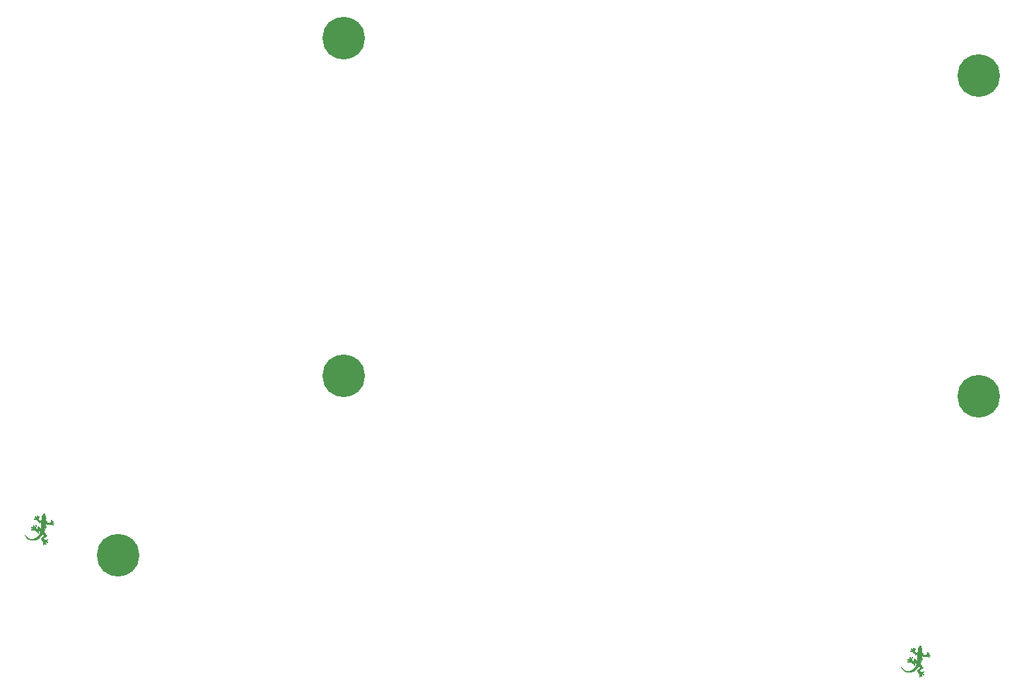
<source format=gbr>
G04 #@! TF.GenerationSoftware,KiCad,Pcbnew,(6.0.2-0)*
G04 #@! TF.CreationDate,2022-03-06T15:41:21+00:00*
G04 #@! TF.ProjectId,SofleKeyboardTopPlate,536f666c-654b-4657-9962-6f617264546f,rev?*
G04 #@! TF.SameCoordinates,Original*
G04 #@! TF.FileFunction,Soldermask,Top*
G04 #@! TF.FilePolarity,Negative*
%FSLAX46Y46*%
G04 Gerber Fmt 4.6, Leading zero omitted, Abs format (unit mm)*
G04 Created by KiCad (PCBNEW (6.0.2-0)) date 2022-03-06 15:41:21*
%MOMM*%
%LPD*%
G01*
G04 APERTURE LIST*
%ADD10C,0.010000*%
%ADD11C,5.100000*%
G04 APERTURE END LIST*
D10*
X95096318Y-115454032D02*
X95124566Y-115498878D01*
X95124566Y-115498878D02*
X95155606Y-115568368D01*
X95155606Y-115568368D02*
X95169278Y-115603363D01*
X95169278Y-115603363D02*
X95191844Y-115659544D01*
X95191844Y-115659544D02*
X95212741Y-115705842D01*
X95212741Y-115705842D02*
X95229739Y-115737691D01*
X95229739Y-115737691D02*
X95240612Y-115750526D01*
X95240612Y-115750526D02*
X95241125Y-115750595D01*
X95241125Y-115750595D02*
X95252513Y-115762147D01*
X95252513Y-115762147D02*
X95256992Y-115793160D01*
X95256992Y-115793160D02*
X95257000Y-115794792D01*
X95257000Y-115794792D02*
X95261997Y-115836612D01*
X95261997Y-115836612D02*
X95274270Y-115881809D01*
X95274270Y-115881809D02*
X95276708Y-115888243D01*
X95276708Y-115888243D02*
X95285080Y-115912436D01*
X95285080Y-115912436D02*
X95289426Y-115937074D01*
X95289426Y-115937074D02*
X95289778Y-115968171D01*
X95289778Y-115968171D02*
X95286165Y-116011743D01*
X95286165Y-116011743D02*
X95278616Y-116073805D01*
X95278616Y-116073805D02*
X95277658Y-116081171D01*
X95277658Y-116081171D02*
X95258898Y-116224841D01*
X95258898Y-116224841D02*
X95399872Y-116409995D01*
X95399872Y-116409995D02*
X95444855Y-116469074D01*
X95444855Y-116469074D02*
X95484325Y-116520909D01*
X95484325Y-116520909D02*
X95515787Y-116562224D01*
X95515787Y-116562224D02*
X95536748Y-116589744D01*
X95536748Y-116589744D02*
X95544674Y-116600143D01*
X95544674Y-116600143D02*
X95558704Y-116600137D01*
X95558704Y-116600137D02*
X95590604Y-116593278D01*
X95590604Y-116593278D02*
X95634384Y-116581427D01*
X95634384Y-116581427D02*
X95684058Y-116566447D01*
X95684058Y-116566447D02*
X95733637Y-116550200D01*
X95733637Y-116550200D02*
X95777132Y-116534549D01*
X95777132Y-116534549D02*
X95808556Y-116521356D01*
X95808556Y-116521356D02*
X95820376Y-116514398D01*
X95820376Y-116514398D02*
X95841102Y-116488792D01*
X95841102Y-116488792D02*
X95865849Y-116447920D01*
X95865849Y-116447920D02*
X95890846Y-116399484D01*
X95890846Y-116399484D02*
X95912324Y-116351187D01*
X95912324Y-116351187D02*
X95926511Y-116310730D01*
X95926511Y-116310730D02*
X95930100Y-116290268D01*
X95930100Y-116290268D02*
X95938261Y-116261887D01*
X95938261Y-116261887D02*
X95957639Y-116248151D01*
X95957639Y-116248151D02*
X95980574Y-116253704D01*
X95980574Y-116253704D02*
X95984610Y-116257230D01*
X95984610Y-116257230D02*
X95992711Y-116275419D01*
X95992711Y-116275419D02*
X95983756Y-116296844D01*
X95983756Y-116296844D02*
X95974490Y-116324125D01*
X95974490Y-116324125D02*
X95968922Y-116364532D01*
X95968922Y-116364532D02*
X95968200Y-116384571D01*
X95968200Y-116384571D02*
X95971946Y-116428386D01*
X95971946Y-116428386D02*
X95984701Y-116452353D01*
X95984701Y-116452353D02*
X96008732Y-116456956D01*
X96008732Y-116456956D02*
X96046311Y-116442678D01*
X96046311Y-116442678D02*
X96096845Y-116411918D01*
X96096845Y-116411918D02*
X96141550Y-116382694D01*
X96141550Y-116382694D02*
X96170006Y-116366692D01*
X96170006Y-116366692D02*
X96186757Y-116362548D01*
X96186757Y-116362548D02*
X96196347Y-116368898D01*
X96196347Y-116368898D02*
X96201832Y-116380396D01*
X96201832Y-116380396D02*
X96203613Y-116408223D01*
X96203613Y-116408223D02*
X96184343Y-116422436D01*
X96184343Y-116422436D02*
X96171717Y-116423700D01*
X96171717Y-116423700D02*
X96149223Y-116433822D01*
X96149223Y-116433822D02*
X96121807Y-116459034D01*
X96121807Y-116459034D02*
X96095696Y-116491604D01*
X96095696Y-116491604D02*
X96077118Y-116523800D01*
X96077118Y-116523800D02*
X96072172Y-116547289D01*
X96072172Y-116547289D02*
X96085575Y-116565955D01*
X96085575Y-116565955D02*
X96113790Y-116586072D01*
X96113790Y-116586072D02*
X96148392Y-116603490D01*
X96148392Y-116603490D02*
X96180955Y-116614061D01*
X96180955Y-116614061D02*
X96203055Y-116613635D01*
X96203055Y-116613635D02*
X96204715Y-116612560D01*
X96204715Y-116612560D02*
X96226588Y-116606743D01*
X96226588Y-116606743D02*
X96249269Y-116614223D01*
X96249269Y-116614223D02*
X96260097Y-116630685D01*
X96260097Y-116630685D02*
X96260105Y-116631433D01*
X96260105Y-116631433D02*
X96251737Y-116661269D01*
X96251737Y-116661269D02*
X96230707Y-116671722D01*
X96230707Y-116671722D02*
X96211950Y-116666311D01*
X96211950Y-116666311D02*
X96179941Y-116656136D01*
X96179941Y-116656136D02*
X96139157Y-116651960D01*
X96139157Y-116651960D02*
X96098043Y-116653474D01*
X96098043Y-116653474D02*
X96065045Y-116660373D01*
X96065045Y-116660373D02*
X96048648Y-116672245D01*
X96048648Y-116672245D02*
X96052824Y-116691525D01*
X96052824Y-116691525D02*
X96070994Y-116719735D01*
X96070994Y-116719735D02*
X96097145Y-116750156D01*
X96097145Y-116750156D02*
X96125265Y-116776069D01*
X96125265Y-116776069D02*
X96149341Y-116790755D01*
X96149341Y-116790755D02*
X96155810Y-116792000D01*
X96155810Y-116792000D02*
X96168501Y-116800785D01*
X96168501Y-116800785D02*
X96168970Y-116820531D01*
X96168970Y-116820531D02*
X96159464Y-116841321D01*
X96159464Y-116841321D02*
X96142228Y-116853239D01*
X96142228Y-116853239D02*
X96141924Y-116853299D01*
X96141924Y-116853299D02*
X96119724Y-116847040D01*
X96119724Y-116847040D02*
X96112287Y-116832805D01*
X96112287Y-116832805D02*
X96098162Y-116816503D01*
X96098162Y-116816503D02*
X96066302Y-116794374D01*
X96066302Y-116794374D02*
X96022773Y-116769464D01*
X96022773Y-116769464D02*
X95973638Y-116744819D01*
X95973638Y-116744819D02*
X95924963Y-116723484D01*
X95924963Y-116723484D02*
X95882813Y-116708507D01*
X95882813Y-116708507D02*
X95853696Y-116702933D01*
X95853696Y-116702933D02*
X95830049Y-116704720D01*
X95830049Y-116704720D02*
X95786811Y-116709741D01*
X95786811Y-116709741D02*
X95729485Y-116717294D01*
X95729485Y-116717294D02*
X95663573Y-116726677D01*
X95663573Y-116726677D02*
X95640794Y-116730069D01*
X95640794Y-116730069D02*
X95576186Y-116739436D01*
X95576186Y-116739436D02*
X95521188Y-116746728D01*
X95521188Y-116746728D02*
X95480344Y-116751395D01*
X95480344Y-116751395D02*
X95458198Y-116752888D01*
X95458198Y-116752888D02*
X95455582Y-116752461D01*
X95455582Y-116752461D02*
X95447850Y-116740453D01*
X95447850Y-116740453D02*
X95429297Y-116710898D01*
X95429297Y-116710898D02*
X95402459Y-116667852D01*
X95402459Y-116667852D02*
X95369868Y-116615373D01*
X95369868Y-116615373D02*
X95359033Y-116597887D01*
X95359033Y-116597887D02*
X95325281Y-116544209D01*
X95325281Y-116544209D02*
X95296348Y-116499739D01*
X95296348Y-116499739D02*
X95274750Y-116468227D01*
X95274750Y-116468227D02*
X95263004Y-116453425D01*
X95263004Y-116453425D02*
X95261718Y-116452847D01*
X95261718Y-116452847D02*
X95261221Y-116466252D01*
X95261221Y-116466252D02*
X95262225Y-116501575D01*
X95262225Y-116501575D02*
X95264569Y-116555393D01*
X95264569Y-116555393D02*
X95268092Y-116624278D01*
X95268092Y-116624278D02*
X95272630Y-116704805D01*
X95272630Y-116704805D02*
X95277195Y-116780310D01*
X95277195Y-116780310D02*
X95297293Y-117103150D01*
X95297293Y-117103150D02*
X95169235Y-117348899D01*
X95169235Y-117348899D02*
X95132146Y-117421453D01*
X95132146Y-117421453D02*
X95100074Y-117486857D01*
X95100074Y-117486857D02*
X95074605Y-117541654D01*
X95074605Y-117541654D02*
X95057321Y-117582389D01*
X95057321Y-117582389D02*
X95049808Y-117605605D01*
X95049808Y-117605605D02*
X95049914Y-117609249D01*
X95049914Y-117609249D02*
X95059650Y-117623371D01*
X95059650Y-117623371D02*
X95082103Y-117654880D01*
X95082103Y-117654880D02*
X95115019Y-117700643D01*
X95115019Y-117700643D02*
X95156142Y-117757531D01*
X95156142Y-117757531D02*
X95203217Y-117822410D01*
X95203217Y-117822410D02*
X95227930Y-117856386D01*
X95227930Y-117856386D02*
X95276738Y-117923707D01*
X95276738Y-117923707D02*
X95320293Y-117984305D01*
X95320293Y-117984305D02*
X95356431Y-118035125D01*
X95356431Y-118035125D02*
X95382987Y-118073114D01*
X95382987Y-118073114D02*
X95397797Y-118095217D01*
X95397797Y-118095217D02*
X95400128Y-118099381D01*
X95400128Y-118099381D02*
X95391186Y-118109580D01*
X95391186Y-118109580D02*
X95364520Y-118132363D01*
X95364520Y-118132363D02*
X95323007Y-118165460D01*
X95323007Y-118165460D02*
X95269525Y-118206601D01*
X95269525Y-118206601D02*
X95206953Y-118253513D01*
X95206953Y-118253513D02*
X95174450Y-118277476D01*
X95174450Y-118277476D02*
X95108158Y-118326368D01*
X95108158Y-118326368D02*
X95049118Y-118370442D01*
X95049118Y-118370442D02*
X95000304Y-118407436D01*
X95000304Y-118407436D02*
X94964686Y-118435088D01*
X94964686Y-118435088D02*
X94945237Y-118451136D01*
X94945237Y-118451136D02*
X94942524Y-118454032D01*
X94942524Y-118454032D02*
X94949771Y-118467292D01*
X94949771Y-118467292D02*
X94973480Y-118488562D01*
X94973480Y-118488562D02*
X95007775Y-118513763D01*
X95007775Y-118513763D02*
X95046777Y-118538821D01*
X95046777Y-118538821D02*
X95084608Y-118559657D01*
X95084608Y-118559657D02*
X95110950Y-118570839D01*
X95110950Y-118570839D02*
X95156836Y-118579922D01*
X95156836Y-118579922D02*
X95222894Y-118584321D01*
X95222894Y-118584321D02*
X95288750Y-118584175D01*
X95288750Y-118584175D02*
X95349907Y-118581721D01*
X95349907Y-118581721D02*
X95391276Y-118577641D01*
X95391276Y-118577641D02*
X95418462Y-118570895D01*
X95418462Y-118570895D02*
X95437070Y-118560443D01*
X95437070Y-118560443D02*
X95442715Y-118555604D01*
X95442715Y-118555604D02*
X95463302Y-118539050D01*
X95463302Y-118539050D02*
X95477568Y-118540003D01*
X95477568Y-118540003D02*
X95491071Y-118551885D01*
X95491071Y-118551885D02*
X95505095Y-118575517D01*
X95505095Y-118575517D02*
X95505380Y-118591726D01*
X95505380Y-118591726D02*
X95499043Y-118611187D01*
X95499043Y-118611187D02*
X95498300Y-118615488D01*
X95498300Y-118615488D02*
X95487231Y-118619205D01*
X95487231Y-118619205D02*
X95460531Y-118620798D01*
X95460531Y-118620798D02*
X95459777Y-118620800D01*
X95459777Y-118620800D02*
X95426477Y-118626577D01*
X95426477Y-118626577D02*
X95383350Y-118641359D01*
X95383350Y-118641359D02*
X95357393Y-118653161D01*
X95357393Y-118653161D02*
X95320523Y-118673540D01*
X95320523Y-118673540D02*
X95302043Y-118690044D01*
X95302043Y-118690044D02*
X95296813Y-118708357D01*
X95296813Y-118708357D02*
X95297490Y-118719379D01*
X95297490Y-118719379D02*
X95305655Y-118742615D01*
X95305655Y-118742615D02*
X95327454Y-118764699D01*
X95327454Y-118764699D02*
X95367752Y-118790414D01*
X95367752Y-118790414D02*
X95372498Y-118793095D01*
X95372498Y-118793095D02*
X95415395Y-118815607D01*
X95415395Y-118815607D02*
X95454172Y-118833330D01*
X95454172Y-118833330D02*
X95475872Y-118841067D01*
X95475872Y-118841067D02*
X95506086Y-118857217D01*
X95506086Y-118857217D02*
X95518480Y-118881960D01*
X95518480Y-118881960D02*
X95509664Y-118908159D01*
X95509664Y-118908159D02*
X95484736Y-118923852D01*
X95484736Y-118923852D02*
X95458588Y-118921340D01*
X95458588Y-118921340D02*
X95441604Y-118901630D01*
X95441604Y-118901630D02*
X95441580Y-118901557D01*
X95441580Y-118901557D02*
X95429439Y-118885989D01*
X95429439Y-118885989D02*
X95401234Y-118873518D01*
X95401234Y-118873518D02*
X95352350Y-118862119D01*
X95352350Y-118862119D02*
X95351189Y-118861899D01*
X95351189Y-118861899D02*
X95306200Y-118854096D01*
X95306200Y-118854096D02*
X95279146Y-118852285D01*
X95279146Y-118852285D02*
X95263149Y-118857023D01*
X95263149Y-118857023D02*
X95251334Y-118868867D01*
X95251334Y-118868867D02*
X95250418Y-118870067D01*
X95250418Y-118870067D02*
X95238412Y-118889540D01*
X95238412Y-118889540D02*
X95233086Y-118911828D01*
X95233086Y-118911828D02*
X95233776Y-118944397D01*
X95233776Y-118944397D02*
X95239529Y-118992609D01*
X95239529Y-118992609D02*
X95248705Y-119033200D01*
X95248705Y-119033200D02*
X95263434Y-119053337D01*
X95263434Y-119053337D02*
X95271307Y-119056700D01*
X95271307Y-119056700D02*
X95287654Y-119066329D01*
X95287654Y-119066329D02*
X95286173Y-119087066D01*
X95286173Y-119087066D02*
X95284220Y-119092693D01*
X95284220Y-119092693D02*
X95265518Y-119119723D01*
X95265518Y-119119723D02*
X95241584Y-119127086D01*
X95241584Y-119127086D02*
X95220108Y-119114570D01*
X95220108Y-119114570D02*
X95210858Y-119094699D01*
X95210858Y-119094699D02*
X95200533Y-119062443D01*
X95200533Y-119062443D02*
X95183996Y-119019388D01*
X95183996Y-119019388D02*
X95173199Y-118993925D01*
X95173199Y-118993925D02*
X95151494Y-118952148D01*
X95151494Y-118952148D02*
X95130400Y-118929869D01*
X95130400Y-118929869D02*
X95111907Y-118922674D01*
X95111907Y-118922674D02*
X95093938Y-118921182D01*
X95093938Y-118921182D02*
X95081424Y-118928440D01*
X95081424Y-118928440D02*
X95070552Y-118949456D01*
X95070552Y-118949456D02*
X95057509Y-118989235D01*
X95057509Y-118989235D02*
X95055077Y-118997305D01*
X95055077Y-118997305D02*
X95043515Y-119043116D01*
X95043515Y-119043116D02*
X95037396Y-119082470D01*
X95037396Y-119082470D02*
X95037781Y-119104780D01*
X95037781Y-119104780D02*
X95035636Y-119132634D01*
X95035636Y-119132634D02*
X95017993Y-119149417D01*
X95017993Y-119149417D02*
X94993441Y-119152110D01*
X94993441Y-119152110D02*
X94970573Y-119137697D01*
X94970573Y-119137697D02*
X94965613Y-119130133D01*
X94965613Y-119130133D02*
X94960358Y-119105782D01*
X94960358Y-119105782D02*
X94972852Y-119089370D01*
X94972852Y-119089370D02*
X94981811Y-119078222D01*
X94981811Y-119078222D02*
X94986885Y-119059795D01*
X94986885Y-119059795D02*
X94988451Y-119029159D01*
X94988451Y-119029159D02*
X94986886Y-118981383D01*
X94986886Y-118981383D02*
X94984369Y-118938811D01*
X94984369Y-118938811D02*
X94980863Y-118888646D01*
X94980863Y-118888646D02*
X94976217Y-118848358D01*
X94976217Y-118848358D02*
X94968348Y-118813756D01*
X94968348Y-118813756D02*
X94955173Y-118780648D01*
X94955173Y-118780648D02*
X94934611Y-118744843D01*
X94934611Y-118744843D02*
X94904578Y-118702149D01*
X94904578Y-118702149D02*
X94862991Y-118648374D01*
X94862991Y-118648374D02*
X94807767Y-118579327D01*
X94807767Y-118579327D02*
X94802478Y-118572744D01*
X94802478Y-118572744D02*
X94770793Y-118534556D01*
X94770793Y-118534556D02*
X94746581Y-118505072D01*
X94746581Y-118505072D02*
X94731060Y-118481175D01*
X94731060Y-118481175D02*
X94725445Y-118459746D01*
X94725445Y-118459746D02*
X94730952Y-118437667D01*
X94730952Y-118437667D02*
X94748798Y-118411818D01*
X94748798Y-118411818D02*
X94780198Y-118379081D01*
X94780198Y-118379081D02*
X94826368Y-118336338D01*
X94826368Y-118336338D02*
X94888525Y-118280471D01*
X94888525Y-118280471D02*
X94931648Y-118241490D01*
X94931648Y-118241490D02*
X95107946Y-118081215D01*
X95107946Y-118081215D02*
X95002883Y-117982707D01*
X95002883Y-117982707D02*
X94960446Y-117943541D01*
X94960446Y-117943541D02*
X94924790Y-117911801D01*
X94924790Y-117911801D02*
X94899922Y-117890976D01*
X94899922Y-117890976D02*
X94890084Y-117884448D01*
X94890084Y-117884448D02*
X94880540Y-117894630D01*
X94880540Y-117894630D02*
X94860898Y-117921920D01*
X94860898Y-117921920D02*
X94834327Y-117961764D01*
X94834327Y-117961764D02*
X94812966Y-117995224D01*
X94812966Y-117995224D02*
X94753908Y-118078294D01*
X94753908Y-118078294D02*
X94679258Y-118166610D01*
X94679258Y-118166610D02*
X94595686Y-118253183D01*
X94595686Y-118253183D02*
X94509860Y-118331026D01*
X94509860Y-118331026D02*
X94442314Y-118383560D01*
X94442314Y-118383560D02*
X94372594Y-118427960D01*
X94372594Y-118427960D02*
X94289176Y-118473371D01*
X94289176Y-118473371D02*
X94200621Y-118515697D01*
X94200621Y-118515697D02*
X94115488Y-118550837D01*
X94115488Y-118550837D02*
X94044150Y-118574214D01*
X94044150Y-118574214D02*
X93958402Y-118592799D01*
X93958402Y-118592799D02*
X93861572Y-118606921D01*
X93861572Y-118606921D02*
X93763518Y-118615588D01*
X93763518Y-118615588D02*
X93674103Y-118617808D01*
X93674103Y-118617808D02*
X93630867Y-118615816D01*
X93630867Y-118615816D02*
X93478972Y-118590813D01*
X93478972Y-118590813D02*
X93332418Y-118542030D01*
X93332418Y-118542030D02*
X93193297Y-118470877D01*
X93193297Y-118470877D02*
X93063702Y-118378765D01*
X93063702Y-118378765D02*
X92945724Y-118267106D01*
X92945724Y-118267106D02*
X92841454Y-118137309D01*
X92841454Y-118137309D02*
X92781483Y-118042950D01*
X92781483Y-118042950D02*
X92752210Y-117992150D01*
X92752210Y-117992150D02*
X92787446Y-118036600D01*
X92787446Y-118036600D02*
X92830444Y-118086400D01*
X92830444Y-118086400D02*
X92885761Y-118144071D01*
X92885761Y-118144071D02*
X92947775Y-118204340D01*
X92947775Y-118204340D02*
X93010862Y-118261931D01*
X93010862Y-118261931D02*
X93069399Y-118311569D01*
X93069399Y-118311569D02*
X93117763Y-118347981D01*
X93117763Y-118347981D02*
X93123400Y-118351721D01*
X93123400Y-118351721D02*
X93249824Y-118420651D01*
X93249824Y-118420651D02*
X93382971Y-118468911D01*
X93382971Y-118468911D02*
X93519051Y-118495852D01*
X93519051Y-118495852D02*
X93654274Y-118500823D01*
X93654274Y-118500823D02*
X93784851Y-118483173D01*
X93784851Y-118483173D02*
X93825955Y-118472369D01*
X93825955Y-118472369D02*
X93905725Y-118443860D01*
X93905725Y-118443860D02*
X93995993Y-118403771D01*
X93995993Y-118403771D02*
X94087584Y-118356592D01*
X94087584Y-118356592D02*
X94171325Y-118306812D01*
X94171325Y-118306812D02*
X94191337Y-118293550D01*
X94191337Y-118293550D02*
X94259796Y-118243689D01*
X94259796Y-118243689D02*
X94321117Y-118191145D01*
X94321117Y-118191145D02*
X94378341Y-118132288D01*
X94378341Y-118132288D02*
X94434512Y-118063490D01*
X94434512Y-118063490D02*
X94492670Y-117981122D01*
X94492670Y-117981122D02*
X94555859Y-117881556D01*
X94555859Y-117881556D02*
X94603154Y-117802344D01*
X94603154Y-117802344D02*
X94677200Y-117676039D01*
X94677200Y-117676039D02*
X94557525Y-117564936D01*
X94557525Y-117564936D02*
X94512749Y-117524694D01*
X94512749Y-117524694D02*
X94475051Y-117493325D01*
X94475051Y-117493325D02*
X94447951Y-117473572D01*
X94447951Y-117473572D02*
X94434967Y-117468175D01*
X94434967Y-117468175D02*
X94434388Y-117468991D01*
X94434388Y-117468991D02*
X94431936Y-117486795D01*
X94431936Y-117486795D02*
X94427714Y-117524592D01*
X94427714Y-117524592D02*
X94422284Y-117577084D01*
X94422284Y-117577084D02*
X94416212Y-117638971D01*
X94416212Y-117638971D02*
X94415338Y-117648129D01*
X94415338Y-117648129D02*
X94399750Y-117812109D01*
X94399750Y-117812109D02*
X94195948Y-117615576D01*
X94195948Y-117615576D02*
X94126935Y-117549500D01*
X94126935Y-117549500D02*
X94072894Y-117499121D01*
X94072894Y-117499121D02*
X94030920Y-117462089D01*
X94030920Y-117462089D02*
X93998107Y-117436058D01*
X93998107Y-117436058D02*
X93971550Y-117418680D01*
X93971550Y-117418680D02*
X93948343Y-117407608D01*
X93948343Y-117407608D02*
X93931751Y-117402132D01*
X93931751Y-117402132D02*
X93886100Y-117394084D01*
X93886100Y-117394084D02*
X93829559Y-117390868D01*
X93829559Y-117390868D02*
X93769141Y-117392064D01*
X93769141Y-117392064D02*
X93711857Y-117397253D01*
X93711857Y-117397253D02*
X93664719Y-117406016D01*
X93664719Y-117406016D02*
X93634737Y-117417934D01*
X93634737Y-117417934D02*
X93632069Y-117420043D01*
X93632069Y-117420043D02*
X93611436Y-117432646D01*
X93611436Y-117432646D02*
X93590959Y-117425093D01*
X93590959Y-117425093D02*
X93587856Y-117422883D01*
X93587856Y-117422883D02*
X93570131Y-117398751D01*
X93570131Y-117398751D02*
X93572941Y-117374377D01*
X93572941Y-117374377D02*
X93593741Y-117358520D01*
X93593741Y-117358520D02*
X93607151Y-117356509D01*
X93607151Y-117356509D02*
X93637008Y-117351155D01*
X93637008Y-117351155D02*
X93677243Y-117338243D01*
X93677243Y-117338243D02*
X93719479Y-117321207D01*
X93719479Y-117321207D02*
X93755340Y-117303477D01*
X93755340Y-117303477D02*
X93776451Y-117288486D01*
X93776451Y-117288486D02*
X93777921Y-117286536D01*
X93777921Y-117286536D02*
X93783294Y-117256468D01*
X93783294Y-117256468D02*
X93763513Y-117224683D01*
X93763513Y-117224683D02*
X93718754Y-117191400D01*
X93718754Y-117191400D02*
X93692154Y-117176828D01*
X93692154Y-117176828D02*
X93648867Y-117155441D01*
X93648867Y-117155441D02*
X93612190Y-117138466D01*
X93612190Y-117138466D02*
X93590125Y-117129602D01*
X93590125Y-117129602D02*
X93571911Y-117113337D01*
X93571911Y-117113337D02*
X93569380Y-117086868D01*
X93569380Y-117086868D02*
X93583140Y-117061239D01*
X93583140Y-117061239D02*
X93608798Y-117046845D01*
X93608798Y-117046845D02*
X93629716Y-117055471D01*
X93629716Y-117055471D02*
X93637285Y-117069935D01*
X93637285Y-117069935D02*
X93652965Y-117087818D01*
X93652965Y-117087818D02*
X93689654Y-117104069D01*
X93689654Y-117104069D02*
X93723866Y-117113859D01*
X93723866Y-117113859D02*
X93767206Y-117124226D01*
X93767206Y-117124226D02*
X93793495Y-117127600D01*
X93793495Y-117127600D02*
X93810190Y-117123658D01*
X93810190Y-117123658D02*
X93824749Y-117112075D01*
X93824749Y-117112075D02*
X93827523Y-117109347D01*
X93827523Y-117109347D02*
X93844271Y-117077710D01*
X93844271Y-117077710D02*
X93850718Y-117033250D01*
X93850718Y-117033250D02*
X93847215Y-116986065D01*
X93847215Y-116986065D02*
X93834112Y-116946249D01*
X93834112Y-116946249D02*
X93821287Y-116929664D01*
X93821287Y-116929664D02*
X93799269Y-116900124D01*
X93799269Y-116900124D02*
X93801407Y-116871306D01*
X93801407Y-116871306D02*
X93810270Y-116859509D01*
X93810270Y-116859509D02*
X93832803Y-116850544D01*
X93832803Y-116850544D02*
X93857280Y-116856461D01*
X93857280Y-116856461D02*
X93871943Y-116873549D01*
X93871943Y-116873549D02*
X93872698Y-116879206D01*
X93872698Y-116879206D02*
X93877561Y-116900947D01*
X93877561Y-116900947D02*
X93890284Y-116937628D01*
X93890284Y-116937628D02*
X93907274Y-116979325D01*
X93907274Y-116979325D02*
X93927313Y-117022297D01*
X93927313Y-117022297D02*
X93943211Y-117046435D01*
X93943211Y-117046435D02*
X93959327Y-117056838D01*
X93959327Y-117056838D02*
X93975115Y-117058700D01*
X93975115Y-117058700D02*
X93994407Y-117056006D01*
X93994407Y-117056006D02*
X94008029Y-117044183D01*
X94008029Y-117044183D02*
X94020163Y-117017615D01*
X94020163Y-117017615D02*
X94031165Y-116983438D01*
X94031165Y-116983438D02*
X94042289Y-116938956D01*
X94042289Y-116938956D02*
X94047745Y-116900878D01*
X94047745Y-116900878D02*
X94047022Y-116881672D01*
X94047022Y-116881672D02*
X94049827Y-116854694D01*
X94049827Y-116854694D02*
X94068511Y-116838385D01*
X94068511Y-116838385D02*
X94094304Y-116837270D01*
X94094304Y-116837270D02*
X94112058Y-116848115D01*
X94112058Y-116848115D02*
X94125503Y-116868616D01*
X94125503Y-116868616D02*
X94118508Y-116891045D01*
X94118508Y-116891045D02*
X94116926Y-116893632D01*
X94116926Y-116893632D02*
X94108985Y-116920301D01*
X94108985Y-116920301D02*
X94103677Y-116968609D01*
X94103677Y-116968609D02*
X94101369Y-117034894D01*
X94101369Y-117034894D02*
X94101300Y-117050131D01*
X94101300Y-117050131D02*
X94101300Y-117181608D01*
X94101300Y-117181608D02*
X94199458Y-117317758D01*
X94199458Y-117317758D02*
X94235263Y-117367889D01*
X94235263Y-117367889D02*
X94262070Y-117403877D01*
X94262070Y-117403877D02*
X94281623Y-117424241D01*
X94281623Y-117424241D02*
X94295662Y-117427498D01*
X94295662Y-117427498D02*
X94305930Y-117412168D01*
X94305930Y-117412168D02*
X94314169Y-117376767D01*
X94314169Y-117376767D02*
X94322120Y-117319814D01*
X94322120Y-117319814D02*
X94331526Y-117239826D01*
X94331526Y-117239826D02*
X94336023Y-117201575D01*
X94336023Y-117201575D02*
X94344427Y-117134901D01*
X94344427Y-117134901D02*
X94352476Y-117078172D01*
X94352476Y-117078172D02*
X94359487Y-117035697D01*
X94359487Y-117035697D02*
X94364776Y-117011783D01*
X94364776Y-117011783D02*
X94366708Y-117008104D01*
X94366708Y-117008104D02*
X94378028Y-117016297D01*
X94378028Y-117016297D02*
X94405170Y-117039038D01*
X94405170Y-117039038D02*
X94445184Y-117073761D01*
X94445184Y-117073761D02*
X94495122Y-117117903D01*
X94495122Y-117117903D02*
X94552035Y-117168897D01*
X94552035Y-117168897D02*
X94563815Y-117179530D01*
X94563815Y-117179530D02*
X94621385Y-117231288D01*
X94621385Y-117231288D02*
X94672192Y-117276453D01*
X94672192Y-117276453D02*
X94713381Y-117312530D01*
X94713381Y-117312530D02*
X94742097Y-117337023D01*
X94742097Y-117337023D02*
X94755485Y-117347436D01*
X94755485Y-117347436D02*
X94756083Y-117347601D01*
X94756083Y-117347601D02*
X94756331Y-117334505D01*
X94756331Y-117334505D02*
X94755091Y-117300703D01*
X94755091Y-117300703D02*
X94752581Y-117250832D01*
X94752581Y-117250832D02*
X94749018Y-117189527D01*
X94749018Y-117189527D02*
X94747589Y-117166650D01*
X94747589Y-117166650D02*
X94744029Y-117098195D01*
X94744029Y-117098195D02*
X94742622Y-117033160D01*
X94742622Y-117033160D02*
X94743542Y-116965824D01*
X94743542Y-116965824D02*
X94746965Y-116890471D01*
X94746965Y-116890471D02*
X94753064Y-116801382D01*
X94753064Y-116801382D02*
X94762016Y-116692839D01*
X94762016Y-116692839D02*
X94762101Y-116691862D01*
X94762101Y-116691862D02*
X94769220Y-116607940D01*
X94769220Y-116607940D02*
X94775255Y-116532878D01*
X94775255Y-116532878D02*
X94779948Y-116470233D01*
X94779948Y-116470233D02*
X94783040Y-116423560D01*
X94783040Y-116423560D02*
X94784273Y-116396417D01*
X94784273Y-116396417D02*
X94783988Y-116390954D01*
X94783988Y-116390954D02*
X94772089Y-116395274D01*
X94772089Y-116395274D02*
X94742466Y-116409906D01*
X94742466Y-116409906D02*
X94699473Y-116432606D01*
X94699473Y-116432606D02*
X94647465Y-116461130D01*
X94647465Y-116461130D02*
X94642917Y-116463667D01*
X94642917Y-116463667D02*
X94590449Y-116492523D01*
X94590449Y-116492523D02*
X94546725Y-116515695D01*
X94546725Y-116515695D02*
X94516069Y-116530956D01*
X94516069Y-116530956D02*
X94502803Y-116536078D01*
X94502803Y-116536078D02*
X94502616Y-116535975D01*
X94502616Y-116535975D02*
X94482327Y-116510222D01*
X94482327Y-116510222D02*
X94450400Y-116472131D01*
X94450400Y-116472131D02*
X94410149Y-116425416D01*
X94410149Y-116425416D02*
X94364886Y-116373791D01*
X94364886Y-116373791D02*
X94317926Y-116320970D01*
X94317926Y-116320970D02*
X94272580Y-116270667D01*
X94272580Y-116270667D02*
X94232163Y-116226596D01*
X94232163Y-116226596D02*
X94199988Y-116192470D01*
X94199988Y-116192470D02*
X94179367Y-116172004D01*
X94179367Y-116172004D02*
X94174372Y-116168026D01*
X94174372Y-116168026D02*
X94131066Y-116148180D01*
X94131066Y-116148180D02*
X94080672Y-116130003D01*
X94080672Y-116130003D02*
X94030080Y-116115384D01*
X94030080Y-116115384D02*
X93986179Y-116106210D01*
X93986179Y-116106210D02*
X93955857Y-116104370D01*
X93955857Y-116104370D02*
X93948858Y-116106222D01*
X93948858Y-116106222D02*
X93923879Y-116108383D01*
X93923879Y-116108383D02*
X93905010Y-116093098D01*
X93905010Y-116093098D02*
X93900677Y-116068218D01*
X93900677Y-116068218D02*
X93902276Y-116062834D01*
X93902276Y-116062834D02*
X93911239Y-116053451D01*
X93911239Y-116053451D02*
X93932184Y-116049194D01*
X93932184Y-116049194D02*
X93970167Y-116049504D01*
X93970167Y-116049504D02*
X94003374Y-116051660D01*
X94003374Y-116051660D02*
X94051577Y-116054864D01*
X94051577Y-116054864D02*
X94080295Y-116054548D01*
X94080295Y-116054548D02*
X94095347Y-116049407D01*
X94095347Y-116049407D02*
X94102553Y-116038136D01*
X94102553Y-116038136D02*
X94105294Y-116028797D01*
X94105294Y-116028797D02*
X94106213Y-116000641D01*
X94106213Y-116000641D02*
X94092785Y-115969205D01*
X94092785Y-115969205D02*
X94062631Y-115930287D01*
X94062631Y-115930287D02*
X94030306Y-115896352D01*
X94030306Y-115896352D02*
X94001490Y-115860940D01*
X94001490Y-115860940D02*
X93992746Y-115833914D01*
X93992746Y-115833914D02*
X94004240Y-115817707D01*
X94004240Y-115817707D02*
X94024701Y-115814100D01*
X94024701Y-115814100D02*
X94046406Y-115822952D01*
X94046406Y-115822952D02*
X94050522Y-115836325D01*
X94050522Y-115836325D02*
X94061272Y-115857368D01*
X94061272Y-115857368D02*
X94088191Y-115881479D01*
X94088191Y-115881479D02*
X94123337Y-115903735D01*
X94123337Y-115903735D02*
X94158765Y-115919215D01*
X94158765Y-115919215D02*
X94186536Y-115923000D01*
X94186536Y-115923000D02*
X94189327Y-115922326D01*
X94189327Y-115922326D02*
X94209459Y-115904677D01*
X94209459Y-115904677D02*
X94226788Y-115871074D01*
X94226788Y-115871074D02*
X94238375Y-115830960D01*
X94238375Y-115830960D02*
X94241278Y-115793780D01*
X94241278Y-115793780D02*
X94235775Y-115773141D01*
X94235775Y-115773141D02*
X94229760Y-115748657D01*
X94229760Y-115748657D02*
X94237289Y-115736530D01*
X94237289Y-115736530D02*
X94260176Y-115726958D01*
X94260176Y-115726958D02*
X94280915Y-115736782D01*
X94280915Y-115736782D02*
X94290483Y-115760944D01*
X94290483Y-115760944D02*
X94290337Y-115766273D01*
X94290337Y-115766273D02*
X94289253Y-115795843D01*
X94289253Y-115795843D02*
X94289328Y-115838178D01*
X94289328Y-115838178D02*
X94289824Y-115860243D01*
X94289824Y-115860243D02*
X94292924Y-115900675D01*
X94292924Y-115900675D02*
X94300669Y-115922301D01*
X94300669Y-115922301D02*
X94315455Y-115931617D01*
X94315455Y-115931617D02*
X94316233Y-115931826D01*
X94316233Y-115931826D02*
X94338788Y-115926149D01*
X94338788Y-115926149D02*
X94366993Y-115903866D01*
X94366993Y-115903866D02*
X94395127Y-115871085D01*
X94395127Y-115871085D02*
X94417466Y-115833913D01*
X94417466Y-115833913D02*
X94424435Y-115816350D01*
X94424435Y-115816350D02*
X94439931Y-115793779D01*
X94439931Y-115793779D02*
X94461036Y-115791134D01*
X94461036Y-115791134D02*
X94484453Y-115802634D01*
X94484453Y-115802634D02*
X94492321Y-115822096D01*
X94492321Y-115822096D02*
X94482543Y-115840056D01*
X94482543Y-115840056D02*
X94472930Y-115844792D01*
X94472930Y-115844792D02*
X94458385Y-115859956D01*
X94458385Y-115859956D02*
X94440517Y-115893496D01*
X94440517Y-115893496D02*
X94421629Y-115939017D01*
X94421629Y-115939017D02*
X94404025Y-115990127D01*
X94404025Y-115990127D02*
X94390009Y-116040432D01*
X94390009Y-116040432D02*
X94381885Y-116083538D01*
X94381885Y-116083538D02*
X94380752Y-116100606D01*
X94380752Y-116100606D02*
X94388653Y-116132520D01*
X94388653Y-116132520D02*
X94411229Y-116180604D01*
X94411229Y-116180604D02*
X94446888Y-116241517D01*
X94446888Y-116241517D02*
X94451230Y-116248371D01*
X94451230Y-116248371D02*
X94521655Y-116358792D01*
X94521655Y-116358792D02*
X94657552Y-116287703D01*
X94657552Y-116287703D02*
X94711038Y-116259472D01*
X94711038Y-116259472D02*
X94756262Y-116235129D01*
X94756262Y-116235129D02*
X94788464Y-116217270D01*
X94788464Y-116217270D02*
X94802881Y-116208489D01*
X94802881Y-116208489D02*
X94802889Y-116208482D01*
X94802889Y-116208482D02*
X94805779Y-116193248D01*
X94805779Y-116193248D02*
X94806334Y-116158246D01*
X94806334Y-116158246D02*
X94804605Y-116108997D01*
X94804605Y-116108997D02*
X94801511Y-116061748D01*
X94801511Y-116061748D02*
X94797100Y-115997974D01*
X94797100Y-115997974D02*
X94795905Y-115953072D01*
X94795905Y-115953072D02*
X94798347Y-115920671D01*
X94798347Y-115920671D02*
X94804844Y-115894398D01*
X94804844Y-115894398D02*
X94814018Y-115871798D01*
X94814018Y-115871798D02*
X94828996Y-115829579D01*
X94828996Y-115829579D02*
X94837144Y-115788687D01*
X94837144Y-115788687D02*
X94837621Y-115780106D01*
X94837621Y-115780106D02*
X94843970Y-115746906D01*
X94843970Y-115746906D02*
X94857930Y-115735656D01*
X94857930Y-115735656D02*
X94871269Y-115722905D01*
X94871269Y-115722905D02*
X94891877Y-115691243D01*
X94891877Y-115691243D02*
X94917088Y-115645136D01*
X94917088Y-115645136D02*
X94940016Y-115598200D01*
X94940016Y-115598200D02*
X94978707Y-115520369D01*
X94978707Y-115520369D02*
X95012056Y-115467000D01*
X95012056Y-115467000D02*
X95041690Y-115438130D01*
X95041690Y-115438130D02*
X95069235Y-115433795D01*
X95069235Y-115433795D02*
X95096318Y-115454032D01*
X95096318Y-115454032D02*
X95096318Y-115454032D01*
G36*
X95096318Y-115454032D02*
G01*
X95124566Y-115498878D01*
X95155606Y-115568368D01*
X95169278Y-115603363D01*
X95191844Y-115659544D01*
X95212741Y-115705842D01*
X95229739Y-115737691D01*
X95240612Y-115750526D01*
X95241125Y-115750595D01*
X95252513Y-115762147D01*
X95256992Y-115793160D01*
X95257000Y-115794792D01*
X95261997Y-115836612D01*
X95274270Y-115881809D01*
X95276708Y-115888243D01*
X95285080Y-115912436D01*
X95289426Y-115937074D01*
X95289778Y-115968171D01*
X95286165Y-116011743D01*
X95278616Y-116073805D01*
X95277658Y-116081171D01*
X95258898Y-116224841D01*
X95399872Y-116409995D01*
X95444855Y-116469074D01*
X95484325Y-116520909D01*
X95515787Y-116562224D01*
X95536748Y-116589744D01*
X95544674Y-116600143D01*
X95558704Y-116600137D01*
X95590604Y-116593278D01*
X95634384Y-116581427D01*
X95684058Y-116566447D01*
X95733637Y-116550200D01*
X95777132Y-116534549D01*
X95808556Y-116521356D01*
X95820376Y-116514398D01*
X95841102Y-116488792D01*
X95865849Y-116447920D01*
X95890846Y-116399484D01*
X95912324Y-116351187D01*
X95926511Y-116310730D01*
X95930100Y-116290268D01*
X95938261Y-116261887D01*
X95957639Y-116248151D01*
X95980574Y-116253704D01*
X95984610Y-116257230D01*
X95992711Y-116275419D01*
X95983756Y-116296844D01*
X95974490Y-116324125D01*
X95968922Y-116364532D01*
X95968200Y-116384571D01*
X95971946Y-116428386D01*
X95984701Y-116452353D01*
X96008732Y-116456956D01*
X96046311Y-116442678D01*
X96096845Y-116411918D01*
X96141550Y-116382694D01*
X96170006Y-116366692D01*
X96186757Y-116362548D01*
X96196347Y-116368898D01*
X96201832Y-116380396D01*
X96203613Y-116408223D01*
X96184343Y-116422436D01*
X96171717Y-116423700D01*
X96149223Y-116433822D01*
X96121807Y-116459034D01*
X96095696Y-116491604D01*
X96077118Y-116523800D01*
X96072172Y-116547289D01*
X96085575Y-116565955D01*
X96113790Y-116586072D01*
X96148392Y-116603490D01*
X96180955Y-116614061D01*
X96203055Y-116613635D01*
X96204715Y-116612560D01*
X96226588Y-116606743D01*
X96249269Y-116614223D01*
X96260097Y-116630685D01*
X96260105Y-116631433D01*
X96251737Y-116661269D01*
X96230707Y-116671722D01*
X96211950Y-116666311D01*
X96179941Y-116656136D01*
X96139157Y-116651960D01*
X96098043Y-116653474D01*
X96065045Y-116660373D01*
X96048648Y-116672245D01*
X96052824Y-116691525D01*
X96070994Y-116719735D01*
X96097145Y-116750156D01*
X96125265Y-116776069D01*
X96149341Y-116790755D01*
X96155810Y-116792000D01*
X96168501Y-116800785D01*
X96168970Y-116820531D01*
X96159464Y-116841321D01*
X96142228Y-116853239D01*
X96141924Y-116853299D01*
X96119724Y-116847040D01*
X96112287Y-116832805D01*
X96098162Y-116816503D01*
X96066302Y-116794374D01*
X96022773Y-116769464D01*
X95973638Y-116744819D01*
X95924963Y-116723484D01*
X95882813Y-116708507D01*
X95853696Y-116702933D01*
X95830049Y-116704720D01*
X95786811Y-116709741D01*
X95729485Y-116717294D01*
X95663573Y-116726677D01*
X95640794Y-116730069D01*
X95576186Y-116739436D01*
X95521188Y-116746728D01*
X95480344Y-116751395D01*
X95458198Y-116752888D01*
X95455582Y-116752461D01*
X95447850Y-116740453D01*
X95429297Y-116710898D01*
X95402459Y-116667852D01*
X95369868Y-116615373D01*
X95359033Y-116597887D01*
X95325281Y-116544209D01*
X95296348Y-116499739D01*
X95274750Y-116468227D01*
X95263004Y-116453425D01*
X95261718Y-116452847D01*
X95261221Y-116466252D01*
X95262225Y-116501575D01*
X95264569Y-116555393D01*
X95268092Y-116624278D01*
X95272630Y-116704805D01*
X95277195Y-116780310D01*
X95297293Y-117103150D01*
X95169235Y-117348899D01*
X95132146Y-117421453D01*
X95100074Y-117486857D01*
X95074605Y-117541654D01*
X95057321Y-117582389D01*
X95049808Y-117605605D01*
X95049914Y-117609249D01*
X95059650Y-117623371D01*
X95082103Y-117654880D01*
X95115019Y-117700643D01*
X95156142Y-117757531D01*
X95203217Y-117822410D01*
X95227930Y-117856386D01*
X95276738Y-117923707D01*
X95320293Y-117984305D01*
X95356431Y-118035125D01*
X95382987Y-118073114D01*
X95397797Y-118095217D01*
X95400128Y-118099381D01*
X95391186Y-118109580D01*
X95364520Y-118132363D01*
X95323007Y-118165460D01*
X95269525Y-118206601D01*
X95206953Y-118253513D01*
X95174450Y-118277476D01*
X95108158Y-118326368D01*
X95049118Y-118370442D01*
X95000304Y-118407436D01*
X94964686Y-118435088D01*
X94945237Y-118451136D01*
X94942524Y-118454032D01*
X94949771Y-118467292D01*
X94973480Y-118488562D01*
X95007775Y-118513763D01*
X95046777Y-118538821D01*
X95084608Y-118559657D01*
X95110950Y-118570839D01*
X95156836Y-118579922D01*
X95222894Y-118584321D01*
X95288750Y-118584175D01*
X95349907Y-118581721D01*
X95391276Y-118577641D01*
X95418462Y-118570895D01*
X95437070Y-118560443D01*
X95442715Y-118555604D01*
X95463302Y-118539050D01*
X95477568Y-118540003D01*
X95491071Y-118551885D01*
X95505095Y-118575517D01*
X95505380Y-118591726D01*
X95499043Y-118611187D01*
X95498300Y-118615488D01*
X95487231Y-118619205D01*
X95460531Y-118620798D01*
X95459777Y-118620800D01*
X95426477Y-118626577D01*
X95383350Y-118641359D01*
X95357393Y-118653161D01*
X95320523Y-118673540D01*
X95302043Y-118690044D01*
X95296813Y-118708357D01*
X95297490Y-118719379D01*
X95305655Y-118742615D01*
X95327454Y-118764699D01*
X95367752Y-118790414D01*
X95372498Y-118793095D01*
X95415395Y-118815607D01*
X95454172Y-118833330D01*
X95475872Y-118841067D01*
X95506086Y-118857217D01*
X95518480Y-118881960D01*
X95509664Y-118908159D01*
X95484736Y-118923852D01*
X95458588Y-118921340D01*
X95441604Y-118901630D01*
X95441580Y-118901557D01*
X95429439Y-118885989D01*
X95401234Y-118873518D01*
X95352350Y-118862119D01*
X95351189Y-118861899D01*
X95306200Y-118854096D01*
X95279146Y-118852285D01*
X95263149Y-118857023D01*
X95251334Y-118868867D01*
X95250418Y-118870067D01*
X95238412Y-118889540D01*
X95233086Y-118911828D01*
X95233776Y-118944397D01*
X95239529Y-118992609D01*
X95248705Y-119033200D01*
X95263434Y-119053337D01*
X95271307Y-119056700D01*
X95287654Y-119066329D01*
X95286173Y-119087066D01*
X95284220Y-119092693D01*
X95265518Y-119119723D01*
X95241584Y-119127086D01*
X95220108Y-119114570D01*
X95210858Y-119094699D01*
X95200533Y-119062443D01*
X95183996Y-119019388D01*
X95173199Y-118993925D01*
X95151494Y-118952148D01*
X95130400Y-118929869D01*
X95111907Y-118922674D01*
X95093938Y-118921182D01*
X95081424Y-118928440D01*
X95070552Y-118949456D01*
X95057509Y-118989235D01*
X95055077Y-118997305D01*
X95043515Y-119043116D01*
X95037396Y-119082470D01*
X95037781Y-119104780D01*
X95035636Y-119132634D01*
X95017993Y-119149417D01*
X94993441Y-119152110D01*
X94970573Y-119137697D01*
X94965613Y-119130133D01*
X94960358Y-119105782D01*
X94972852Y-119089370D01*
X94981811Y-119078222D01*
X94986885Y-119059795D01*
X94988451Y-119029159D01*
X94986886Y-118981383D01*
X94984369Y-118938811D01*
X94980863Y-118888646D01*
X94976217Y-118848358D01*
X94968348Y-118813756D01*
X94955173Y-118780648D01*
X94934611Y-118744843D01*
X94904578Y-118702149D01*
X94862991Y-118648374D01*
X94807767Y-118579327D01*
X94802478Y-118572744D01*
X94770793Y-118534556D01*
X94746581Y-118505072D01*
X94731060Y-118481175D01*
X94725445Y-118459746D01*
X94730952Y-118437667D01*
X94748798Y-118411818D01*
X94780198Y-118379081D01*
X94826368Y-118336338D01*
X94888525Y-118280471D01*
X94931648Y-118241490D01*
X95107946Y-118081215D01*
X95002883Y-117982707D01*
X94960446Y-117943541D01*
X94924790Y-117911801D01*
X94899922Y-117890976D01*
X94890084Y-117884448D01*
X94880540Y-117894630D01*
X94860898Y-117921920D01*
X94834327Y-117961764D01*
X94812966Y-117995224D01*
X94753908Y-118078294D01*
X94679258Y-118166610D01*
X94595686Y-118253183D01*
X94509860Y-118331026D01*
X94442314Y-118383560D01*
X94372594Y-118427960D01*
X94289176Y-118473371D01*
X94200621Y-118515697D01*
X94115488Y-118550837D01*
X94044150Y-118574214D01*
X93958402Y-118592799D01*
X93861572Y-118606921D01*
X93763518Y-118615588D01*
X93674103Y-118617808D01*
X93630867Y-118615816D01*
X93478972Y-118590813D01*
X93332418Y-118542030D01*
X93193297Y-118470877D01*
X93063702Y-118378765D01*
X92945724Y-118267106D01*
X92841454Y-118137309D01*
X92781483Y-118042950D01*
X92752210Y-117992150D01*
X92787446Y-118036600D01*
X92830444Y-118086400D01*
X92885761Y-118144071D01*
X92947775Y-118204340D01*
X93010862Y-118261931D01*
X93069399Y-118311569D01*
X93117763Y-118347981D01*
X93123400Y-118351721D01*
X93249824Y-118420651D01*
X93382971Y-118468911D01*
X93519051Y-118495852D01*
X93654274Y-118500823D01*
X93784851Y-118483173D01*
X93825955Y-118472369D01*
X93905725Y-118443860D01*
X93995993Y-118403771D01*
X94087584Y-118356592D01*
X94171325Y-118306812D01*
X94191337Y-118293550D01*
X94259796Y-118243689D01*
X94321117Y-118191145D01*
X94378341Y-118132288D01*
X94434512Y-118063490D01*
X94492670Y-117981122D01*
X94555859Y-117881556D01*
X94603154Y-117802344D01*
X94677200Y-117676039D01*
X94557525Y-117564936D01*
X94512749Y-117524694D01*
X94475051Y-117493325D01*
X94447951Y-117473572D01*
X94434967Y-117468175D01*
X94434388Y-117468991D01*
X94431936Y-117486795D01*
X94427714Y-117524592D01*
X94422284Y-117577084D01*
X94416212Y-117638971D01*
X94415338Y-117648129D01*
X94399750Y-117812109D01*
X94195948Y-117615576D01*
X94126935Y-117549500D01*
X94072894Y-117499121D01*
X94030920Y-117462089D01*
X93998107Y-117436058D01*
X93971550Y-117418680D01*
X93948343Y-117407608D01*
X93931751Y-117402132D01*
X93886100Y-117394084D01*
X93829559Y-117390868D01*
X93769141Y-117392064D01*
X93711857Y-117397253D01*
X93664719Y-117406016D01*
X93634737Y-117417934D01*
X93632069Y-117420043D01*
X93611436Y-117432646D01*
X93590959Y-117425093D01*
X93587856Y-117422883D01*
X93570131Y-117398751D01*
X93572941Y-117374377D01*
X93593741Y-117358520D01*
X93607151Y-117356509D01*
X93637008Y-117351155D01*
X93677243Y-117338243D01*
X93719479Y-117321207D01*
X93755340Y-117303477D01*
X93776451Y-117288486D01*
X93777921Y-117286536D01*
X93783294Y-117256468D01*
X93763513Y-117224683D01*
X93718754Y-117191400D01*
X93692154Y-117176828D01*
X93648867Y-117155441D01*
X93612190Y-117138466D01*
X93590125Y-117129602D01*
X93571911Y-117113337D01*
X93569380Y-117086868D01*
X93583140Y-117061239D01*
X93608798Y-117046845D01*
X93629716Y-117055471D01*
X93637285Y-117069935D01*
X93652965Y-117087818D01*
X93689654Y-117104069D01*
X93723866Y-117113859D01*
X93767206Y-117124226D01*
X93793495Y-117127600D01*
X93810190Y-117123658D01*
X93824749Y-117112075D01*
X93827523Y-117109347D01*
X93844271Y-117077710D01*
X93850718Y-117033250D01*
X93847215Y-116986065D01*
X93834112Y-116946249D01*
X93821287Y-116929664D01*
X93799269Y-116900124D01*
X93801407Y-116871306D01*
X93810270Y-116859509D01*
X93832803Y-116850544D01*
X93857280Y-116856461D01*
X93871943Y-116873549D01*
X93872698Y-116879206D01*
X93877561Y-116900947D01*
X93890284Y-116937628D01*
X93907274Y-116979325D01*
X93927313Y-117022297D01*
X93943211Y-117046435D01*
X93959327Y-117056838D01*
X93975115Y-117058700D01*
X93994407Y-117056006D01*
X94008029Y-117044183D01*
X94020163Y-117017615D01*
X94031165Y-116983438D01*
X94042289Y-116938956D01*
X94047745Y-116900878D01*
X94047022Y-116881672D01*
X94049827Y-116854694D01*
X94068511Y-116838385D01*
X94094304Y-116837270D01*
X94112058Y-116848115D01*
X94125503Y-116868616D01*
X94118508Y-116891045D01*
X94116926Y-116893632D01*
X94108985Y-116920301D01*
X94103677Y-116968609D01*
X94101369Y-117034894D01*
X94101300Y-117050131D01*
X94101300Y-117181608D01*
X94199458Y-117317758D01*
X94235263Y-117367889D01*
X94262070Y-117403877D01*
X94281623Y-117424241D01*
X94295662Y-117427498D01*
X94305930Y-117412168D01*
X94314169Y-117376767D01*
X94322120Y-117319814D01*
X94331526Y-117239826D01*
X94336023Y-117201575D01*
X94344427Y-117134901D01*
X94352476Y-117078172D01*
X94359487Y-117035697D01*
X94364776Y-117011783D01*
X94366708Y-117008104D01*
X94378028Y-117016297D01*
X94405170Y-117039038D01*
X94445184Y-117073761D01*
X94495122Y-117117903D01*
X94552035Y-117168897D01*
X94563815Y-117179530D01*
X94621385Y-117231288D01*
X94672192Y-117276453D01*
X94713381Y-117312530D01*
X94742097Y-117337023D01*
X94755485Y-117347436D01*
X94756083Y-117347601D01*
X94756331Y-117334505D01*
X94755091Y-117300703D01*
X94752581Y-117250832D01*
X94749018Y-117189527D01*
X94747589Y-117166650D01*
X94744029Y-117098195D01*
X94742622Y-117033160D01*
X94743542Y-116965824D01*
X94746965Y-116890471D01*
X94753064Y-116801382D01*
X94762016Y-116692839D01*
X94762101Y-116691862D01*
X94769220Y-116607940D01*
X94775255Y-116532878D01*
X94779948Y-116470233D01*
X94783040Y-116423560D01*
X94784273Y-116396417D01*
X94783988Y-116390954D01*
X94772089Y-116395274D01*
X94742466Y-116409906D01*
X94699473Y-116432606D01*
X94647465Y-116461130D01*
X94642917Y-116463667D01*
X94590449Y-116492523D01*
X94546725Y-116515695D01*
X94516069Y-116530956D01*
X94502803Y-116536078D01*
X94502616Y-116535975D01*
X94482327Y-116510222D01*
X94450400Y-116472131D01*
X94410149Y-116425416D01*
X94364886Y-116373791D01*
X94317926Y-116320970D01*
X94272580Y-116270667D01*
X94232163Y-116226596D01*
X94199988Y-116192470D01*
X94179367Y-116172004D01*
X94174372Y-116168026D01*
X94131066Y-116148180D01*
X94080672Y-116130003D01*
X94030080Y-116115384D01*
X93986179Y-116106210D01*
X93955857Y-116104370D01*
X93948858Y-116106222D01*
X93923879Y-116108383D01*
X93905010Y-116093098D01*
X93900677Y-116068218D01*
X93902276Y-116062834D01*
X93911239Y-116053451D01*
X93932184Y-116049194D01*
X93970167Y-116049504D01*
X94003374Y-116051660D01*
X94051577Y-116054864D01*
X94080295Y-116054548D01*
X94095347Y-116049407D01*
X94102553Y-116038136D01*
X94105294Y-116028797D01*
X94106213Y-116000641D01*
X94092785Y-115969205D01*
X94062631Y-115930287D01*
X94030306Y-115896352D01*
X94001490Y-115860940D01*
X93992746Y-115833914D01*
X94004240Y-115817707D01*
X94024701Y-115814100D01*
X94046406Y-115822952D01*
X94050522Y-115836325D01*
X94061272Y-115857368D01*
X94088191Y-115881479D01*
X94123337Y-115903735D01*
X94158765Y-115919215D01*
X94186536Y-115923000D01*
X94189327Y-115922326D01*
X94209459Y-115904677D01*
X94226788Y-115871074D01*
X94238375Y-115830960D01*
X94241278Y-115793780D01*
X94235775Y-115773141D01*
X94229760Y-115748657D01*
X94237289Y-115736530D01*
X94260176Y-115726958D01*
X94280915Y-115736782D01*
X94290483Y-115760944D01*
X94290337Y-115766273D01*
X94289253Y-115795843D01*
X94289328Y-115838178D01*
X94289824Y-115860243D01*
X94292924Y-115900675D01*
X94300669Y-115922301D01*
X94315455Y-115931617D01*
X94316233Y-115931826D01*
X94338788Y-115926149D01*
X94366993Y-115903866D01*
X94395127Y-115871085D01*
X94417466Y-115833913D01*
X94424435Y-115816350D01*
X94439931Y-115793779D01*
X94461036Y-115791134D01*
X94484453Y-115802634D01*
X94492321Y-115822096D01*
X94482543Y-115840056D01*
X94472930Y-115844792D01*
X94458385Y-115859956D01*
X94440517Y-115893496D01*
X94421629Y-115939017D01*
X94404025Y-115990127D01*
X94390009Y-116040432D01*
X94381885Y-116083538D01*
X94380752Y-116100606D01*
X94388653Y-116132520D01*
X94411229Y-116180604D01*
X94446888Y-116241517D01*
X94451230Y-116248371D01*
X94521655Y-116358792D01*
X94657552Y-116287703D01*
X94711038Y-116259472D01*
X94756262Y-116235129D01*
X94788464Y-116217270D01*
X94802881Y-116208489D01*
X94802889Y-116208482D01*
X94805779Y-116193248D01*
X94806334Y-116158246D01*
X94804605Y-116108997D01*
X94801511Y-116061748D01*
X94797100Y-115997974D01*
X94795905Y-115953072D01*
X94798347Y-115920671D01*
X94804844Y-115894398D01*
X94814018Y-115871798D01*
X94828996Y-115829579D01*
X94837144Y-115788687D01*
X94837621Y-115780106D01*
X94843970Y-115746906D01*
X94857930Y-115735656D01*
X94871269Y-115722905D01*
X94891877Y-115691243D01*
X94917088Y-115645136D01*
X94940016Y-115598200D01*
X94978707Y-115520369D01*
X95012056Y-115467000D01*
X95041690Y-115438130D01*
X95069235Y-115433795D01*
X95096318Y-115454032D01*
G37*
X95096318Y-115454032D02*
X95124566Y-115498878D01*
X95155606Y-115568368D01*
X95169278Y-115603363D01*
X95191844Y-115659544D01*
X95212741Y-115705842D01*
X95229739Y-115737691D01*
X95240612Y-115750526D01*
X95241125Y-115750595D01*
X95252513Y-115762147D01*
X95256992Y-115793160D01*
X95257000Y-115794792D01*
X95261997Y-115836612D01*
X95274270Y-115881809D01*
X95276708Y-115888243D01*
X95285080Y-115912436D01*
X95289426Y-115937074D01*
X95289778Y-115968171D01*
X95286165Y-116011743D01*
X95278616Y-116073805D01*
X95277658Y-116081171D01*
X95258898Y-116224841D01*
X95399872Y-116409995D01*
X95444855Y-116469074D01*
X95484325Y-116520909D01*
X95515787Y-116562224D01*
X95536748Y-116589744D01*
X95544674Y-116600143D01*
X95558704Y-116600137D01*
X95590604Y-116593278D01*
X95634384Y-116581427D01*
X95684058Y-116566447D01*
X95733637Y-116550200D01*
X95777132Y-116534549D01*
X95808556Y-116521356D01*
X95820376Y-116514398D01*
X95841102Y-116488792D01*
X95865849Y-116447920D01*
X95890846Y-116399484D01*
X95912324Y-116351187D01*
X95926511Y-116310730D01*
X95930100Y-116290268D01*
X95938261Y-116261887D01*
X95957639Y-116248151D01*
X95980574Y-116253704D01*
X95984610Y-116257230D01*
X95992711Y-116275419D01*
X95983756Y-116296844D01*
X95974490Y-116324125D01*
X95968922Y-116364532D01*
X95968200Y-116384571D01*
X95971946Y-116428386D01*
X95984701Y-116452353D01*
X96008732Y-116456956D01*
X96046311Y-116442678D01*
X96096845Y-116411918D01*
X96141550Y-116382694D01*
X96170006Y-116366692D01*
X96186757Y-116362548D01*
X96196347Y-116368898D01*
X96201832Y-116380396D01*
X96203613Y-116408223D01*
X96184343Y-116422436D01*
X96171717Y-116423700D01*
X96149223Y-116433822D01*
X96121807Y-116459034D01*
X96095696Y-116491604D01*
X96077118Y-116523800D01*
X96072172Y-116547289D01*
X96085575Y-116565955D01*
X96113790Y-116586072D01*
X96148392Y-116603490D01*
X96180955Y-116614061D01*
X96203055Y-116613635D01*
X96204715Y-116612560D01*
X96226588Y-116606743D01*
X96249269Y-116614223D01*
X96260097Y-116630685D01*
X96260105Y-116631433D01*
X96251737Y-116661269D01*
X96230707Y-116671722D01*
X96211950Y-116666311D01*
X96179941Y-116656136D01*
X96139157Y-116651960D01*
X96098043Y-116653474D01*
X96065045Y-116660373D01*
X96048648Y-116672245D01*
X96052824Y-116691525D01*
X96070994Y-116719735D01*
X96097145Y-116750156D01*
X96125265Y-116776069D01*
X96149341Y-116790755D01*
X96155810Y-116792000D01*
X96168501Y-116800785D01*
X96168970Y-116820531D01*
X96159464Y-116841321D01*
X96142228Y-116853239D01*
X96141924Y-116853299D01*
X96119724Y-116847040D01*
X96112287Y-116832805D01*
X96098162Y-116816503D01*
X96066302Y-116794374D01*
X96022773Y-116769464D01*
X95973638Y-116744819D01*
X95924963Y-116723484D01*
X95882813Y-116708507D01*
X95853696Y-116702933D01*
X95830049Y-116704720D01*
X95786811Y-116709741D01*
X95729485Y-116717294D01*
X95663573Y-116726677D01*
X95640794Y-116730069D01*
X95576186Y-116739436D01*
X95521188Y-116746728D01*
X95480344Y-116751395D01*
X95458198Y-116752888D01*
X95455582Y-116752461D01*
X95447850Y-116740453D01*
X95429297Y-116710898D01*
X95402459Y-116667852D01*
X95369868Y-116615373D01*
X95359033Y-116597887D01*
X95325281Y-116544209D01*
X95296348Y-116499739D01*
X95274750Y-116468227D01*
X95263004Y-116453425D01*
X95261718Y-116452847D01*
X95261221Y-116466252D01*
X95262225Y-116501575D01*
X95264569Y-116555393D01*
X95268092Y-116624278D01*
X95272630Y-116704805D01*
X95277195Y-116780310D01*
X95297293Y-117103150D01*
X95169235Y-117348899D01*
X95132146Y-117421453D01*
X95100074Y-117486857D01*
X95074605Y-117541654D01*
X95057321Y-117582389D01*
X95049808Y-117605605D01*
X95049914Y-117609249D01*
X95059650Y-117623371D01*
X95082103Y-117654880D01*
X95115019Y-117700643D01*
X95156142Y-117757531D01*
X95203217Y-117822410D01*
X95227930Y-117856386D01*
X95276738Y-117923707D01*
X95320293Y-117984305D01*
X95356431Y-118035125D01*
X95382987Y-118073114D01*
X95397797Y-118095217D01*
X95400128Y-118099381D01*
X95391186Y-118109580D01*
X95364520Y-118132363D01*
X95323007Y-118165460D01*
X95269525Y-118206601D01*
X95206953Y-118253513D01*
X95174450Y-118277476D01*
X95108158Y-118326368D01*
X95049118Y-118370442D01*
X95000304Y-118407436D01*
X94964686Y-118435088D01*
X94945237Y-118451136D01*
X94942524Y-118454032D01*
X94949771Y-118467292D01*
X94973480Y-118488562D01*
X95007775Y-118513763D01*
X95046777Y-118538821D01*
X95084608Y-118559657D01*
X95110950Y-118570839D01*
X95156836Y-118579922D01*
X95222894Y-118584321D01*
X95288750Y-118584175D01*
X95349907Y-118581721D01*
X95391276Y-118577641D01*
X95418462Y-118570895D01*
X95437070Y-118560443D01*
X95442715Y-118555604D01*
X95463302Y-118539050D01*
X95477568Y-118540003D01*
X95491071Y-118551885D01*
X95505095Y-118575517D01*
X95505380Y-118591726D01*
X95499043Y-118611187D01*
X95498300Y-118615488D01*
X95487231Y-118619205D01*
X95460531Y-118620798D01*
X95459777Y-118620800D01*
X95426477Y-118626577D01*
X95383350Y-118641359D01*
X95357393Y-118653161D01*
X95320523Y-118673540D01*
X95302043Y-118690044D01*
X95296813Y-118708357D01*
X95297490Y-118719379D01*
X95305655Y-118742615D01*
X95327454Y-118764699D01*
X95367752Y-118790414D01*
X95372498Y-118793095D01*
X95415395Y-118815607D01*
X95454172Y-118833330D01*
X95475872Y-118841067D01*
X95506086Y-118857217D01*
X95518480Y-118881960D01*
X95509664Y-118908159D01*
X95484736Y-118923852D01*
X95458588Y-118921340D01*
X95441604Y-118901630D01*
X95441580Y-118901557D01*
X95429439Y-118885989D01*
X95401234Y-118873518D01*
X95352350Y-118862119D01*
X95351189Y-118861899D01*
X95306200Y-118854096D01*
X95279146Y-118852285D01*
X95263149Y-118857023D01*
X95251334Y-118868867D01*
X95250418Y-118870067D01*
X95238412Y-118889540D01*
X95233086Y-118911828D01*
X95233776Y-118944397D01*
X95239529Y-118992609D01*
X95248705Y-119033200D01*
X95263434Y-119053337D01*
X95271307Y-119056700D01*
X95287654Y-119066329D01*
X95286173Y-119087066D01*
X95284220Y-119092693D01*
X95265518Y-119119723D01*
X95241584Y-119127086D01*
X95220108Y-119114570D01*
X95210858Y-119094699D01*
X95200533Y-119062443D01*
X95183996Y-119019388D01*
X95173199Y-118993925D01*
X95151494Y-118952148D01*
X95130400Y-118929869D01*
X95111907Y-118922674D01*
X95093938Y-118921182D01*
X95081424Y-118928440D01*
X95070552Y-118949456D01*
X95057509Y-118989235D01*
X95055077Y-118997305D01*
X95043515Y-119043116D01*
X95037396Y-119082470D01*
X95037781Y-119104780D01*
X95035636Y-119132634D01*
X95017993Y-119149417D01*
X94993441Y-119152110D01*
X94970573Y-119137697D01*
X94965613Y-119130133D01*
X94960358Y-119105782D01*
X94972852Y-119089370D01*
X94981811Y-119078222D01*
X94986885Y-119059795D01*
X94988451Y-119029159D01*
X94986886Y-118981383D01*
X94984369Y-118938811D01*
X94980863Y-118888646D01*
X94976217Y-118848358D01*
X94968348Y-118813756D01*
X94955173Y-118780648D01*
X94934611Y-118744843D01*
X94904578Y-118702149D01*
X94862991Y-118648374D01*
X94807767Y-118579327D01*
X94802478Y-118572744D01*
X94770793Y-118534556D01*
X94746581Y-118505072D01*
X94731060Y-118481175D01*
X94725445Y-118459746D01*
X94730952Y-118437667D01*
X94748798Y-118411818D01*
X94780198Y-118379081D01*
X94826368Y-118336338D01*
X94888525Y-118280471D01*
X94931648Y-118241490D01*
X95107946Y-118081215D01*
X95002883Y-117982707D01*
X94960446Y-117943541D01*
X94924790Y-117911801D01*
X94899922Y-117890976D01*
X94890084Y-117884448D01*
X94880540Y-117894630D01*
X94860898Y-117921920D01*
X94834327Y-117961764D01*
X94812966Y-117995224D01*
X94753908Y-118078294D01*
X94679258Y-118166610D01*
X94595686Y-118253183D01*
X94509860Y-118331026D01*
X94442314Y-118383560D01*
X94372594Y-118427960D01*
X94289176Y-118473371D01*
X94200621Y-118515697D01*
X94115488Y-118550837D01*
X94044150Y-118574214D01*
X93958402Y-118592799D01*
X93861572Y-118606921D01*
X93763518Y-118615588D01*
X93674103Y-118617808D01*
X93630867Y-118615816D01*
X93478972Y-118590813D01*
X93332418Y-118542030D01*
X93193297Y-118470877D01*
X93063702Y-118378765D01*
X92945724Y-118267106D01*
X92841454Y-118137309D01*
X92781483Y-118042950D01*
X92752210Y-117992150D01*
X92787446Y-118036600D01*
X92830444Y-118086400D01*
X92885761Y-118144071D01*
X92947775Y-118204340D01*
X93010862Y-118261931D01*
X93069399Y-118311569D01*
X93117763Y-118347981D01*
X93123400Y-118351721D01*
X93249824Y-118420651D01*
X93382971Y-118468911D01*
X93519051Y-118495852D01*
X93654274Y-118500823D01*
X93784851Y-118483173D01*
X93825955Y-118472369D01*
X93905725Y-118443860D01*
X93995993Y-118403771D01*
X94087584Y-118356592D01*
X94171325Y-118306812D01*
X94191337Y-118293550D01*
X94259796Y-118243689D01*
X94321117Y-118191145D01*
X94378341Y-118132288D01*
X94434512Y-118063490D01*
X94492670Y-117981122D01*
X94555859Y-117881556D01*
X94603154Y-117802344D01*
X94677200Y-117676039D01*
X94557525Y-117564936D01*
X94512749Y-117524694D01*
X94475051Y-117493325D01*
X94447951Y-117473572D01*
X94434967Y-117468175D01*
X94434388Y-117468991D01*
X94431936Y-117486795D01*
X94427714Y-117524592D01*
X94422284Y-117577084D01*
X94416212Y-117638971D01*
X94415338Y-117648129D01*
X94399750Y-117812109D01*
X94195948Y-117615576D01*
X94126935Y-117549500D01*
X94072894Y-117499121D01*
X94030920Y-117462089D01*
X93998107Y-117436058D01*
X93971550Y-117418680D01*
X93948343Y-117407608D01*
X93931751Y-117402132D01*
X93886100Y-117394084D01*
X93829559Y-117390868D01*
X93769141Y-117392064D01*
X93711857Y-117397253D01*
X93664719Y-117406016D01*
X93634737Y-117417934D01*
X93632069Y-117420043D01*
X93611436Y-117432646D01*
X93590959Y-117425093D01*
X93587856Y-117422883D01*
X93570131Y-117398751D01*
X93572941Y-117374377D01*
X93593741Y-117358520D01*
X93607151Y-117356509D01*
X93637008Y-117351155D01*
X93677243Y-117338243D01*
X93719479Y-117321207D01*
X93755340Y-117303477D01*
X93776451Y-117288486D01*
X93777921Y-117286536D01*
X93783294Y-117256468D01*
X93763513Y-117224683D01*
X93718754Y-117191400D01*
X93692154Y-117176828D01*
X93648867Y-117155441D01*
X93612190Y-117138466D01*
X93590125Y-117129602D01*
X93571911Y-117113337D01*
X93569380Y-117086868D01*
X93583140Y-117061239D01*
X93608798Y-117046845D01*
X93629716Y-117055471D01*
X93637285Y-117069935D01*
X93652965Y-117087818D01*
X93689654Y-117104069D01*
X93723866Y-117113859D01*
X93767206Y-117124226D01*
X93793495Y-117127600D01*
X93810190Y-117123658D01*
X93824749Y-117112075D01*
X93827523Y-117109347D01*
X93844271Y-117077710D01*
X93850718Y-117033250D01*
X93847215Y-116986065D01*
X93834112Y-116946249D01*
X93821287Y-116929664D01*
X93799269Y-116900124D01*
X93801407Y-116871306D01*
X93810270Y-116859509D01*
X93832803Y-116850544D01*
X93857280Y-116856461D01*
X93871943Y-116873549D01*
X93872698Y-116879206D01*
X93877561Y-116900947D01*
X93890284Y-116937628D01*
X93907274Y-116979325D01*
X93927313Y-117022297D01*
X93943211Y-117046435D01*
X93959327Y-117056838D01*
X93975115Y-117058700D01*
X93994407Y-117056006D01*
X94008029Y-117044183D01*
X94020163Y-117017615D01*
X94031165Y-116983438D01*
X94042289Y-116938956D01*
X94047745Y-116900878D01*
X94047022Y-116881672D01*
X94049827Y-116854694D01*
X94068511Y-116838385D01*
X94094304Y-116837270D01*
X94112058Y-116848115D01*
X94125503Y-116868616D01*
X94118508Y-116891045D01*
X94116926Y-116893632D01*
X94108985Y-116920301D01*
X94103677Y-116968609D01*
X94101369Y-117034894D01*
X94101300Y-117050131D01*
X94101300Y-117181608D01*
X94199458Y-117317758D01*
X94235263Y-117367889D01*
X94262070Y-117403877D01*
X94281623Y-117424241D01*
X94295662Y-117427498D01*
X94305930Y-117412168D01*
X94314169Y-117376767D01*
X94322120Y-117319814D01*
X94331526Y-117239826D01*
X94336023Y-117201575D01*
X94344427Y-117134901D01*
X94352476Y-117078172D01*
X94359487Y-117035697D01*
X94364776Y-117011783D01*
X94366708Y-117008104D01*
X94378028Y-117016297D01*
X94405170Y-117039038D01*
X94445184Y-117073761D01*
X94495122Y-117117903D01*
X94552035Y-117168897D01*
X94563815Y-117179530D01*
X94621385Y-117231288D01*
X94672192Y-117276453D01*
X94713381Y-117312530D01*
X94742097Y-117337023D01*
X94755485Y-117347436D01*
X94756083Y-117347601D01*
X94756331Y-117334505D01*
X94755091Y-117300703D01*
X94752581Y-117250832D01*
X94749018Y-117189527D01*
X94747589Y-117166650D01*
X94744029Y-117098195D01*
X94742622Y-117033160D01*
X94743542Y-116965824D01*
X94746965Y-116890471D01*
X94753064Y-116801382D01*
X94762016Y-116692839D01*
X94762101Y-116691862D01*
X94769220Y-116607940D01*
X94775255Y-116532878D01*
X94779948Y-116470233D01*
X94783040Y-116423560D01*
X94784273Y-116396417D01*
X94783988Y-116390954D01*
X94772089Y-116395274D01*
X94742466Y-116409906D01*
X94699473Y-116432606D01*
X94647465Y-116461130D01*
X94642917Y-116463667D01*
X94590449Y-116492523D01*
X94546725Y-116515695D01*
X94516069Y-116530956D01*
X94502803Y-116536078D01*
X94502616Y-116535975D01*
X94482327Y-116510222D01*
X94450400Y-116472131D01*
X94410149Y-116425416D01*
X94364886Y-116373791D01*
X94317926Y-116320970D01*
X94272580Y-116270667D01*
X94232163Y-116226596D01*
X94199988Y-116192470D01*
X94179367Y-116172004D01*
X94174372Y-116168026D01*
X94131066Y-116148180D01*
X94080672Y-116130003D01*
X94030080Y-116115384D01*
X93986179Y-116106210D01*
X93955857Y-116104370D01*
X93948858Y-116106222D01*
X93923879Y-116108383D01*
X93905010Y-116093098D01*
X93900677Y-116068218D01*
X93902276Y-116062834D01*
X93911239Y-116053451D01*
X93932184Y-116049194D01*
X93970167Y-116049504D01*
X94003374Y-116051660D01*
X94051577Y-116054864D01*
X94080295Y-116054548D01*
X94095347Y-116049407D01*
X94102553Y-116038136D01*
X94105294Y-116028797D01*
X94106213Y-116000641D01*
X94092785Y-115969205D01*
X94062631Y-115930287D01*
X94030306Y-115896352D01*
X94001490Y-115860940D01*
X93992746Y-115833914D01*
X94004240Y-115817707D01*
X94024701Y-115814100D01*
X94046406Y-115822952D01*
X94050522Y-115836325D01*
X94061272Y-115857368D01*
X94088191Y-115881479D01*
X94123337Y-115903735D01*
X94158765Y-115919215D01*
X94186536Y-115923000D01*
X94189327Y-115922326D01*
X94209459Y-115904677D01*
X94226788Y-115871074D01*
X94238375Y-115830960D01*
X94241278Y-115793780D01*
X94235775Y-115773141D01*
X94229760Y-115748657D01*
X94237289Y-115736530D01*
X94260176Y-115726958D01*
X94280915Y-115736782D01*
X94290483Y-115760944D01*
X94290337Y-115766273D01*
X94289253Y-115795843D01*
X94289328Y-115838178D01*
X94289824Y-115860243D01*
X94292924Y-115900675D01*
X94300669Y-115922301D01*
X94315455Y-115931617D01*
X94316233Y-115931826D01*
X94338788Y-115926149D01*
X94366993Y-115903866D01*
X94395127Y-115871085D01*
X94417466Y-115833913D01*
X94424435Y-115816350D01*
X94439931Y-115793779D01*
X94461036Y-115791134D01*
X94484453Y-115802634D01*
X94492321Y-115822096D01*
X94482543Y-115840056D01*
X94472930Y-115844792D01*
X94458385Y-115859956D01*
X94440517Y-115893496D01*
X94421629Y-115939017D01*
X94404025Y-115990127D01*
X94390009Y-116040432D01*
X94381885Y-116083538D01*
X94380752Y-116100606D01*
X94388653Y-116132520D01*
X94411229Y-116180604D01*
X94446888Y-116241517D01*
X94451230Y-116248371D01*
X94521655Y-116358792D01*
X94657552Y-116287703D01*
X94711038Y-116259472D01*
X94756262Y-116235129D01*
X94788464Y-116217270D01*
X94802881Y-116208489D01*
X94802889Y-116208482D01*
X94805779Y-116193248D01*
X94806334Y-116158246D01*
X94804605Y-116108997D01*
X94801511Y-116061748D01*
X94797100Y-115997974D01*
X94795905Y-115953072D01*
X94798347Y-115920671D01*
X94804844Y-115894398D01*
X94814018Y-115871798D01*
X94828996Y-115829579D01*
X94837144Y-115788687D01*
X94837621Y-115780106D01*
X94843970Y-115746906D01*
X94857930Y-115735656D01*
X94871269Y-115722905D01*
X94891877Y-115691243D01*
X94917088Y-115645136D01*
X94940016Y-115598200D01*
X94978707Y-115520369D01*
X95012056Y-115467000D01*
X95041690Y-115438130D01*
X95069235Y-115433795D01*
X95096318Y-115454032D01*
X199994318Y-131282032D02*
X200022566Y-131326878D01*
X200022566Y-131326878D02*
X200053606Y-131396368D01*
X200053606Y-131396368D02*
X200067278Y-131431363D01*
X200067278Y-131431363D02*
X200089844Y-131487544D01*
X200089844Y-131487544D02*
X200110741Y-131533842D01*
X200110741Y-131533842D02*
X200127739Y-131565691D01*
X200127739Y-131565691D02*
X200138612Y-131578526D01*
X200138612Y-131578526D02*
X200139125Y-131578595D01*
X200139125Y-131578595D02*
X200150513Y-131590147D01*
X200150513Y-131590147D02*
X200154992Y-131621160D01*
X200154992Y-131621160D02*
X200155000Y-131622792D01*
X200155000Y-131622792D02*
X200159997Y-131664612D01*
X200159997Y-131664612D02*
X200172270Y-131709809D01*
X200172270Y-131709809D02*
X200174708Y-131716243D01*
X200174708Y-131716243D02*
X200183080Y-131740436D01*
X200183080Y-131740436D02*
X200187426Y-131765074D01*
X200187426Y-131765074D02*
X200187778Y-131796171D01*
X200187778Y-131796171D02*
X200184165Y-131839743D01*
X200184165Y-131839743D02*
X200176616Y-131901805D01*
X200176616Y-131901805D02*
X200175658Y-131909171D01*
X200175658Y-131909171D02*
X200156898Y-132052841D01*
X200156898Y-132052841D02*
X200297872Y-132237995D01*
X200297872Y-132237995D02*
X200342855Y-132297074D01*
X200342855Y-132297074D02*
X200382325Y-132348909D01*
X200382325Y-132348909D02*
X200413787Y-132390224D01*
X200413787Y-132390224D02*
X200434748Y-132417744D01*
X200434748Y-132417744D02*
X200442674Y-132428143D01*
X200442674Y-132428143D02*
X200456704Y-132428137D01*
X200456704Y-132428137D02*
X200488604Y-132421278D01*
X200488604Y-132421278D02*
X200532384Y-132409427D01*
X200532384Y-132409427D02*
X200582058Y-132394447D01*
X200582058Y-132394447D02*
X200631637Y-132378200D01*
X200631637Y-132378200D02*
X200675132Y-132362549D01*
X200675132Y-132362549D02*
X200706556Y-132349356D01*
X200706556Y-132349356D02*
X200718376Y-132342398D01*
X200718376Y-132342398D02*
X200739102Y-132316792D01*
X200739102Y-132316792D02*
X200763849Y-132275920D01*
X200763849Y-132275920D02*
X200788846Y-132227484D01*
X200788846Y-132227484D02*
X200810324Y-132179187D01*
X200810324Y-132179187D02*
X200824511Y-132138730D01*
X200824511Y-132138730D02*
X200828100Y-132118268D01*
X200828100Y-132118268D02*
X200836261Y-132089887D01*
X200836261Y-132089887D02*
X200855639Y-132076151D01*
X200855639Y-132076151D02*
X200878574Y-132081704D01*
X200878574Y-132081704D02*
X200882610Y-132085230D01*
X200882610Y-132085230D02*
X200890711Y-132103419D01*
X200890711Y-132103419D02*
X200881756Y-132124844D01*
X200881756Y-132124844D02*
X200872490Y-132152125D01*
X200872490Y-132152125D02*
X200866922Y-132192532D01*
X200866922Y-132192532D02*
X200866200Y-132212571D01*
X200866200Y-132212571D02*
X200869946Y-132256386D01*
X200869946Y-132256386D02*
X200882701Y-132280353D01*
X200882701Y-132280353D02*
X200906732Y-132284956D01*
X200906732Y-132284956D02*
X200944311Y-132270678D01*
X200944311Y-132270678D02*
X200994845Y-132239918D01*
X200994845Y-132239918D02*
X201039550Y-132210694D01*
X201039550Y-132210694D02*
X201068006Y-132194692D01*
X201068006Y-132194692D02*
X201084757Y-132190548D01*
X201084757Y-132190548D02*
X201094347Y-132196898D01*
X201094347Y-132196898D02*
X201099832Y-132208396D01*
X201099832Y-132208396D02*
X201101613Y-132236223D01*
X201101613Y-132236223D02*
X201082343Y-132250436D01*
X201082343Y-132250436D02*
X201069717Y-132251700D01*
X201069717Y-132251700D02*
X201047223Y-132261822D01*
X201047223Y-132261822D02*
X201019807Y-132287034D01*
X201019807Y-132287034D02*
X200993696Y-132319604D01*
X200993696Y-132319604D02*
X200975118Y-132351800D01*
X200975118Y-132351800D02*
X200970172Y-132375289D01*
X200970172Y-132375289D02*
X200983575Y-132393955D01*
X200983575Y-132393955D02*
X201011790Y-132414072D01*
X201011790Y-132414072D02*
X201046392Y-132431490D01*
X201046392Y-132431490D02*
X201078955Y-132442061D01*
X201078955Y-132442061D02*
X201101055Y-132441635D01*
X201101055Y-132441635D02*
X201102715Y-132440560D01*
X201102715Y-132440560D02*
X201124588Y-132434743D01*
X201124588Y-132434743D02*
X201147269Y-132442223D01*
X201147269Y-132442223D02*
X201158097Y-132458685D01*
X201158097Y-132458685D02*
X201158105Y-132459433D01*
X201158105Y-132459433D02*
X201149737Y-132489269D01*
X201149737Y-132489269D02*
X201128707Y-132499722D01*
X201128707Y-132499722D02*
X201109950Y-132494311D01*
X201109950Y-132494311D02*
X201077941Y-132484136D01*
X201077941Y-132484136D02*
X201037157Y-132479960D01*
X201037157Y-132479960D02*
X200996043Y-132481474D01*
X200996043Y-132481474D02*
X200963045Y-132488373D01*
X200963045Y-132488373D02*
X200946648Y-132500245D01*
X200946648Y-132500245D02*
X200950824Y-132519525D01*
X200950824Y-132519525D02*
X200968994Y-132547735D01*
X200968994Y-132547735D02*
X200995145Y-132578156D01*
X200995145Y-132578156D02*
X201023265Y-132604069D01*
X201023265Y-132604069D02*
X201047341Y-132618755D01*
X201047341Y-132618755D02*
X201053810Y-132620000D01*
X201053810Y-132620000D02*
X201066501Y-132628785D01*
X201066501Y-132628785D02*
X201066970Y-132648531D01*
X201066970Y-132648531D02*
X201057464Y-132669321D01*
X201057464Y-132669321D02*
X201040228Y-132681239D01*
X201040228Y-132681239D02*
X201039924Y-132681299D01*
X201039924Y-132681299D02*
X201017724Y-132675040D01*
X201017724Y-132675040D02*
X201010287Y-132660805D01*
X201010287Y-132660805D02*
X200996162Y-132644503D01*
X200996162Y-132644503D02*
X200964302Y-132622374D01*
X200964302Y-132622374D02*
X200920773Y-132597464D01*
X200920773Y-132597464D02*
X200871638Y-132572819D01*
X200871638Y-132572819D02*
X200822963Y-132551484D01*
X200822963Y-132551484D02*
X200780813Y-132536507D01*
X200780813Y-132536507D02*
X200751696Y-132530933D01*
X200751696Y-132530933D02*
X200728049Y-132532720D01*
X200728049Y-132532720D02*
X200684811Y-132537741D01*
X200684811Y-132537741D02*
X200627485Y-132545294D01*
X200627485Y-132545294D02*
X200561573Y-132554677D01*
X200561573Y-132554677D02*
X200538794Y-132558069D01*
X200538794Y-132558069D02*
X200474186Y-132567436D01*
X200474186Y-132567436D02*
X200419188Y-132574728D01*
X200419188Y-132574728D02*
X200378344Y-132579395D01*
X200378344Y-132579395D02*
X200356198Y-132580888D01*
X200356198Y-132580888D02*
X200353582Y-132580461D01*
X200353582Y-132580461D02*
X200345850Y-132568453D01*
X200345850Y-132568453D02*
X200327297Y-132538898D01*
X200327297Y-132538898D02*
X200300459Y-132495852D01*
X200300459Y-132495852D02*
X200267868Y-132443373D01*
X200267868Y-132443373D02*
X200257033Y-132425887D01*
X200257033Y-132425887D02*
X200223281Y-132372209D01*
X200223281Y-132372209D02*
X200194348Y-132327739D01*
X200194348Y-132327739D02*
X200172750Y-132296227D01*
X200172750Y-132296227D02*
X200161004Y-132281425D01*
X200161004Y-132281425D02*
X200159718Y-132280847D01*
X200159718Y-132280847D02*
X200159221Y-132294252D01*
X200159221Y-132294252D02*
X200160225Y-132329575D01*
X200160225Y-132329575D02*
X200162569Y-132383393D01*
X200162569Y-132383393D02*
X200166092Y-132452278D01*
X200166092Y-132452278D02*
X200170630Y-132532805D01*
X200170630Y-132532805D02*
X200175195Y-132608310D01*
X200175195Y-132608310D02*
X200195293Y-132931150D01*
X200195293Y-132931150D02*
X200067235Y-133176899D01*
X200067235Y-133176899D02*
X200030146Y-133249453D01*
X200030146Y-133249453D02*
X199998074Y-133314857D01*
X199998074Y-133314857D02*
X199972605Y-133369654D01*
X199972605Y-133369654D02*
X199955321Y-133410389D01*
X199955321Y-133410389D02*
X199947808Y-133433605D01*
X199947808Y-133433605D02*
X199947914Y-133437249D01*
X199947914Y-133437249D02*
X199957650Y-133451371D01*
X199957650Y-133451371D02*
X199980103Y-133482880D01*
X199980103Y-133482880D02*
X200013019Y-133528643D01*
X200013019Y-133528643D02*
X200054142Y-133585531D01*
X200054142Y-133585531D02*
X200101217Y-133650410D01*
X200101217Y-133650410D02*
X200125930Y-133684386D01*
X200125930Y-133684386D02*
X200174738Y-133751707D01*
X200174738Y-133751707D02*
X200218293Y-133812305D01*
X200218293Y-133812305D02*
X200254431Y-133863125D01*
X200254431Y-133863125D02*
X200280987Y-133901114D01*
X200280987Y-133901114D02*
X200295797Y-133923217D01*
X200295797Y-133923217D02*
X200298128Y-133927381D01*
X200298128Y-133927381D02*
X200289186Y-133937580D01*
X200289186Y-133937580D02*
X200262520Y-133960363D01*
X200262520Y-133960363D02*
X200221007Y-133993460D01*
X200221007Y-133993460D02*
X200167525Y-134034601D01*
X200167525Y-134034601D02*
X200104953Y-134081513D01*
X200104953Y-134081513D02*
X200072450Y-134105476D01*
X200072450Y-134105476D02*
X200006158Y-134154368D01*
X200006158Y-134154368D02*
X199947118Y-134198442D01*
X199947118Y-134198442D02*
X199898304Y-134235436D01*
X199898304Y-134235436D02*
X199862686Y-134263088D01*
X199862686Y-134263088D02*
X199843237Y-134279136D01*
X199843237Y-134279136D02*
X199840524Y-134282032D01*
X199840524Y-134282032D02*
X199847771Y-134295292D01*
X199847771Y-134295292D02*
X199871480Y-134316562D01*
X199871480Y-134316562D02*
X199905775Y-134341763D01*
X199905775Y-134341763D02*
X199944777Y-134366821D01*
X199944777Y-134366821D02*
X199982608Y-134387657D01*
X199982608Y-134387657D02*
X200008950Y-134398839D01*
X200008950Y-134398839D02*
X200054836Y-134407922D01*
X200054836Y-134407922D02*
X200120894Y-134412321D01*
X200120894Y-134412321D02*
X200186750Y-134412175D01*
X200186750Y-134412175D02*
X200247907Y-134409721D01*
X200247907Y-134409721D02*
X200289276Y-134405641D01*
X200289276Y-134405641D02*
X200316462Y-134398895D01*
X200316462Y-134398895D02*
X200335070Y-134388443D01*
X200335070Y-134388443D02*
X200340715Y-134383604D01*
X200340715Y-134383604D02*
X200361302Y-134367050D01*
X200361302Y-134367050D02*
X200375568Y-134368003D01*
X200375568Y-134368003D02*
X200389071Y-134379885D01*
X200389071Y-134379885D02*
X200403095Y-134403517D01*
X200403095Y-134403517D02*
X200403380Y-134419726D01*
X200403380Y-134419726D02*
X200397043Y-134439187D01*
X200397043Y-134439187D02*
X200396300Y-134443488D01*
X200396300Y-134443488D02*
X200385231Y-134447205D01*
X200385231Y-134447205D02*
X200358531Y-134448798D01*
X200358531Y-134448798D02*
X200357777Y-134448800D01*
X200357777Y-134448800D02*
X200324477Y-134454577D01*
X200324477Y-134454577D02*
X200281350Y-134469359D01*
X200281350Y-134469359D02*
X200255393Y-134481161D01*
X200255393Y-134481161D02*
X200218523Y-134501540D01*
X200218523Y-134501540D02*
X200200043Y-134518044D01*
X200200043Y-134518044D02*
X200194813Y-134536357D01*
X200194813Y-134536357D02*
X200195490Y-134547379D01*
X200195490Y-134547379D02*
X200203655Y-134570615D01*
X200203655Y-134570615D02*
X200225454Y-134592699D01*
X200225454Y-134592699D02*
X200265752Y-134618414D01*
X200265752Y-134618414D02*
X200270498Y-134621095D01*
X200270498Y-134621095D02*
X200313395Y-134643607D01*
X200313395Y-134643607D02*
X200352172Y-134661330D01*
X200352172Y-134661330D02*
X200373872Y-134669067D01*
X200373872Y-134669067D02*
X200404086Y-134685217D01*
X200404086Y-134685217D02*
X200416480Y-134709960D01*
X200416480Y-134709960D02*
X200407664Y-134736159D01*
X200407664Y-134736159D02*
X200382736Y-134751852D01*
X200382736Y-134751852D02*
X200356588Y-134749340D01*
X200356588Y-134749340D02*
X200339604Y-134729630D01*
X200339604Y-134729630D02*
X200339580Y-134729557D01*
X200339580Y-134729557D02*
X200327439Y-134713989D01*
X200327439Y-134713989D02*
X200299234Y-134701518D01*
X200299234Y-134701518D02*
X200250350Y-134690119D01*
X200250350Y-134690119D02*
X200249189Y-134689899D01*
X200249189Y-134689899D02*
X200204200Y-134682096D01*
X200204200Y-134682096D02*
X200177146Y-134680285D01*
X200177146Y-134680285D02*
X200161149Y-134685023D01*
X200161149Y-134685023D02*
X200149334Y-134696867D01*
X200149334Y-134696867D02*
X200148418Y-134698067D01*
X200148418Y-134698067D02*
X200136412Y-134717540D01*
X200136412Y-134717540D02*
X200131086Y-134739828D01*
X200131086Y-134739828D02*
X200131776Y-134772397D01*
X200131776Y-134772397D02*
X200137529Y-134820609D01*
X200137529Y-134820609D02*
X200146705Y-134861200D01*
X200146705Y-134861200D02*
X200161434Y-134881337D01*
X200161434Y-134881337D02*
X200169307Y-134884700D01*
X200169307Y-134884700D02*
X200185654Y-134894329D01*
X200185654Y-134894329D02*
X200184173Y-134915066D01*
X200184173Y-134915066D02*
X200182220Y-134920693D01*
X200182220Y-134920693D02*
X200163518Y-134947723D01*
X200163518Y-134947723D02*
X200139584Y-134955086D01*
X200139584Y-134955086D02*
X200118108Y-134942570D01*
X200118108Y-134942570D02*
X200108858Y-134922699D01*
X200108858Y-134922699D02*
X200098533Y-134890443D01*
X200098533Y-134890443D02*
X200081996Y-134847388D01*
X200081996Y-134847388D02*
X200071199Y-134821925D01*
X200071199Y-134821925D02*
X200049494Y-134780148D01*
X200049494Y-134780148D02*
X200028400Y-134757869D01*
X200028400Y-134757869D02*
X200009907Y-134750674D01*
X200009907Y-134750674D02*
X199991938Y-134749182D01*
X199991938Y-134749182D02*
X199979424Y-134756440D01*
X199979424Y-134756440D02*
X199968552Y-134777456D01*
X199968552Y-134777456D02*
X199955509Y-134817235D01*
X199955509Y-134817235D02*
X199953077Y-134825305D01*
X199953077Y-134825305D02*
X199941515Y-134871116D01*
X199941515Y-134871116D02*
X199935396Y-134910470D01*
X199935396Y-134910470D02*
X199935781Y-134932780D01*
X199935781Y-134932780D02*
X199933636Y-134960634D01*
X199933636Y-134960634D02*
X199915993Y-134977417D01*
X199915993Y-134977417D02*
X199891441Y-134980110D01*
X199891441Y-134980110D02*
X199868573Y-134965697D01*
X199868573Y-134965697D02*
X199863613Y-134958133D01*
X199863613Y-134958133D02*
X199858358Y-134933782D01*
X199858358Y-134933782D02*
X199870852Y-134917370D01*
X199870852Y-134917370D02*
X199879811Y-134906222D01*
X199879811Y-134906222D02*
X199884885Y-134887795D01*
X199884885Y-134887795D02*
X199886451Y-134857159D01*
X199886451Y-134857159D02*
X199884886Y-134809383D01*
X199884886Y-134809383D02*
X199882369Y-134766811D01*
X199882369Y-134766811D02*
X199878863Y-134716646D01*
X199878863Y-134716646D02*
X199874217Y-134676358D01*
X199874217Y-134676358D02*
X199866348Y-134641756D01*
X199866348Y-134641756D02*
X199853173Y-134608648D01*
X199853173Y-134608648D02*
X199832611Y-134572843D01*
X199832611Y-134572843D02*
X199802578Y-134530149D01*
X199802578Y-134530149D02*
X199760991Y-134476374D01*
X199760991Y-134476374D02*
X199705767Y-134407327D01*
X199705767Y-134407327D02*
X199700478Y-134400744D01*
X199700478Y-134400744D02*
X199668793Y-134362556D01*
X199668793Y-134362556D02*
X199644581Y-134333072D01*
X199644581Y-134333072D02*
X199629060Y-134309175D01*
X199629060Y-134309175D02*
X199623445Y-134287746D01*
X199623445Y-134287746D02*
X199628952Y-134265667D01*
X199628952Y-134265667D02*
X199646798Y-134239818D01*
X199646798Y-134239818D02*
X199678198Y-134207081D01*
X199678198Y-134207081D02*
X199724368Y-134164338D01*
X199724368Y-134164338D02*
X199786525Y-134108471D01*
X199786525Y-134108471D02*
X199829648Y-134069490D01*
X199829648Y-134069490D02*
X200005946Y-133909215D01*
X200005946Y-133909215D02*
X199900883Y-133810707D01*
X199900883Y-133810707D02*
X199858446Y-133771541D01*
X199858446Y-133771541D02*
X199822790Y-133739801D01*
X199822790Y-133739801D02*
X199797922Y-133718976D01*
X199797922Y-133718976D02*
X199788084Y-133712448D01*
X199788084Y-133712448D02*
X199778540Y-133722630D01*
X199778540Y-133722630D02*
X199758898Y-133749920D01*
X199758898Y-133749920D02*
X199732327Y-133789764D01*
X199732327Y-133789764D02*
X199710966Y-133823224D01*
X199710966Y-133823224D02*
X199651908Y-133906294D01*
X199651908Y-133906294D02*
X199577258Y-133994610D01*
X199577258Y-133994610D02*
X199493686Y-134081183D01*
X199493686Y-134081183D02*
X199407860Y-134159026D01*
X199407860Y-134159026D02*
X199340314Y-134211560D01*
X199340314Y-134211560D02*
X199270594Y-134255960D01*
X199270594Y-134255960D02*
X199187176Y-134301371D01*
X199187176Y-134301371D02*
X199098621Y-134343697D01*
X199098621Y-134343697D02*
X199013488Y-134378837D01*
X199013488Y-134378837D02*
X198942150Y-134402214D01*
X198942150Y-134402214D02*
X198856402Y-134420799D01*
X198856402Y-134420799D02*
X198759572Y-134434921D01*
X198759572Y-134434921D02*
X198661518Y-134443588D01*
X198661518Y-134443588D02*
X198572103Y-134445808D01*
X198572103Y-134445808D02*
X198528867Y-134443816D01*
X198528867Y-134443816D02*
X198376972Y-134418813D01*
X198376972Y-134418813D02*
X198230418Y-134370030D01*
X198230418Y-134370030D02*
X198091297Y-134298877D01*
X198091297Y-134298877D02*
X197961702Y-134206765D01*
X197961702Y-134206765D02*
X197843724Y-134095106D01*
X197843724Y-134095106D02*
X197739454Y-133965309D01*
X197739454Y-133965309D02*
X197679483Y-133870950D01*
X197679483Y-133870950D02*
X197650210Y-133820150D01*
X197650210Y-133820150D02*
X197685446Y-133864600D01*
X197685446Y-133864600D02*
X197728444Y-133914400D01*
X197728444Y-133914400D02*
X197783761Y-133972071D01*
X197783761Y-133972071D02*
X197845775Y-134032340D01*
X197845775Y-134032340D02*
X197908862Y-134089931D01*
X197908862Y-134089931D02*
X197967399Y-134139569D01*
X197967399Y-134139569D02*
X198015763Y-134175981D01*
X198015763Y-134175981D02*
X198021400Y-134179721D01*
X198021400Y-134179721D02*
X198147824Y-134248651D01*
X198147824Y-134248651D02*
X198280971Y-134296911D01*
X198280971Y-134296911D02*
X198417051Y-134323852D01*
X198417051Y-134323852D02*
X198552274Y-134328823D01*
X198552274Y-134328823D02*
X198682851Y-134311173D01*
X198682851Y-134311173D02*
X198723955Y-134300369D01*
X198723955Y-134300369D02*
X198803725Y-134271860D01*
X198803725Y-134271860D02*
X198893993Y-134231771D01*
X198893993Y-134231771D02*
X198985584Y-134184592D01*
X198985584Y-134184592D02*
X199069325Y-134134812D01*
X199069325Y-134134812D02*
X199089337Y-134121550D01*
X199089337Y-134121550D02*
X199157796Y-134071689D01*
X199157796Y-134071689D02*
X199219117Y-134019145D01*
X199219117Y-134019145D02*
X199276341Y-133960288D01*
X199276341Y-133960288D02*
X199332512Y-133891490D01*
X199332512Y-133891490D02*
X199390670Y-133809122D01*
X199390670Y-133809122D02*
X199453859Y-133709556D01*
X199453859Y-133709556D02*
X199501154Y-133630344D01*
X199501154Y-133630344D02*
X199575200Y-133504039D01*
X199575200Y-133504039D02*
X199455525Y-133392936D01*
X199455525Y-133392936D02*
X199410749Y-133352694D01*
X199410749Y-133352694D02*
X199373051Y-133321325D01*
X199373051Y-133321325D02*
X199345951Y-133301572D01*
X199345951Y-133301572D02*
X199332967Y-133296175D01*
X199332967Y-133296175D02*
X199332388Y-133296991D01*
X199332388Y-133296991D02*
X199329936Y-133314795D01*
X199329936Y-133314795D02*
X199325714Y-133352592D01*
X199325714Y-133352592D02*
X199320284Y-133405084D01*
X199320284Y-133405084D02*
X199314212Y-133466971D01*
X199314212Y-133466971D02*
X199313338Y-133476129D01*
X199313338Y-133476129D02*
X199297750Y-133640109D01*
X199297750Y-133640109D02*
X199093948Y-133443576D01*
X199093948Y-133443576D02*
X199024935Y-133377500D01*
X199024935Y-133377500D02*
X198970894Y-133327121D01*
X198970894Y-133327121D02*
X198928920Y-133290089D01*
X198928920Y-133290089D02*
X198896107Y-133264058D01*
X198896107Y-133264058D02*
X198869550Y-133246680D01*
X198869550Y-133246680D02*
X198846343Y-133235608D01*
X198846343Y-133235608D02*
X198829751Y-133230132D01*
X198829751Y-133230132D02*
X198784100Y-133222084D01*
X198784100Y-133222084D02*
X198727559Y-133218868D01*
X198727559Y-133218868D02*
X198667141Y-133220064D01*
X198667141Y-133220064D02*
X198609857Y-133225253D01*
X198609857Y-133225253D02*
X198562719Y-133234016D01*
X198562719Y-133234016D02*
X198532737Y-133245934D01*
X198532737Y-133245934D02*
X198530069Y-133248043D01*
X198530069Y-133248043D02*
X198509436Y-133260646D01*
X198509436Y-133260646D02*
X198488959Y-133253093D01*
X198488959Y-133253093D02*
X198485856Y-133250883D01*
X198485856Y-133250883D02*
X198468131Y-133226751D01*
X198468131Y-133226751D02*
X198470941Y-133202377D01*
X198470941Y-133202377D02*
X198491741Y-133186520D01*
X198491741Y-133186520D02*
X198505151Y-133184509D01*
X198505151Y-133184509D02*
X198535008Y-133179155D01*
X198535008Y-133179155D02*
X198575243Y-133166243D01*
X198575243Y-133166243D02*
X198617479Y-133149207D01*
X198617479Y-133149207D02*
X198653340Y-133131477D01*
X198653340Y-133131477D02*
X198674451Y-133116486D01*
X198674451Y-133116486D02*
X198675921Y-133114536D01*
X198675921Y-133114536D02*
X198681294Y-133084468D01*
X198681294Y-133084468D02*
X198661513Y-133052683D01*
X198661513Y-133052683D02*
X198616754Y-133019400D01*
X198616754Y-133019400D02*
X198590154Y-133004828D01*
X198590154Y-133004828D02*
X198546867Y-132983441D01*
X198546867Y-132983441D02*
X198510190Y-132966466D01*
X198510190Y-132966466D02*
X198488125Y-132957602D01*
X198488125Y-132957602D02*
X198469911Y-132941337D01*
X198469911Y-132941337D02*
X198467380Y-132914868D01*
X198467380Y-132914868D02*
X198481140Y-132889239D01*
X198481140Y-132889239D02*
X198506798Y-132874845D01*
X198506798Y-132874845D02*
X198527716Y-132883471D01*
X198527716Y-132883471D02*
X198535285Y-132897935D01*
X198535285Y-132897935D02*
X198550965Y-132915818D01*
X198550965Y-132915818D02*
X198587654Y-132932069D01*
X198587654Y-132932069D02*
X198621866Y-132941859D01*
X198621866Y-132941859D02*
X198665206Y-132952226D01*
X198665206Y-132952226D02*
X198691495Y-132955600D01*
X198691495Y-132955600D02*
X198708190Y-132951658D01*
X198708190Y-132951658D02*
X198722749Y-132940075D01*
X198722749Y-132940075D02*
X198725523Y-132937347D01*
X198725523Y-132937347D02*
X198742271Y-132905710D01*
X198742271Y-132905710D02*
X198748718Y-132861250D01*
X198748718Y-132861250D02*
X198745215Y-132814065D01*
X198745215Y-132814065D02*
X198732112Y-132774249D01*
X198732112Y-132774249D02*
X198719287Y-132757664D01*
X198719287Y-132757664D02*
X198697269Y-132728124D01*
X198697269Y-132728124D02*
X198699407Y-132699306D01*
X198699407Y-132699306D02*
X198708270Y-132687509D01*
X198708270Y-132687509D02*
X198730803Y-132678544D01*
X198730803Y-132678544D02*
X198755280Y-132684461D01*
X198755280Y-132684461D02*
X198769943Y-132701549D01*
X198769943Y-132701549D02*
X198770698Y-132707206D01*
X198770698Y-132707206D02*
X198775561Y-132728947D01*
X198775561Y-132728947D02*
X198788284Y-132765628D01*
X198788284Y-132765628D02*
X198805274Y-132807325D01*
X198805274Y-132807325D02*
X198825313Y-132850297D01*
X198825313Y-132850297D02*
X198841211Y-132874435D01*
X198841211Y-132874435D02*
X198857327Y-132884838D01*
X198857327Y-132884838D02*
X198873115Y-132886700D01*
X198873115Y-132886700D02*
X198892407Y-132884006D01*
X198892407Y-132884006D02*
X198906029Y-132872183D01*
X198906029Y-132872183D02*
X198918163Y-132845615D01*
X198918163Y-132845615D02*
X198929165Y-132811438D01*
X198929165Y-132811438D02*
X198940289Y-132766956D01*
X198940289Y-132766956D02*
X198945745Y-132728878D01*
X198945745Y-132728878D02*
X198945022Y-132709672D01*
X198945022Y-132709672D02*
X198947827Y-132682694D01*
X198947827Y-132682694D02*
X198966511Y-132666385D01*
X198966511Y-132666385D02*
X198992304Y-132665270D01*
X198992304Y-132665270D02*
X199010058Y-132676115D01*
X199010058Y-132676115D02*
X199023503Y-132696616D01*
X199023503Y-132696616D02*
X199016508Y-132719045D01*
X199016508Y-132719045D02*
X199014926Y-132721632D01*
X199014926Y-132721632D02*
X199006985Y-132748301D01*
X199006985Y-132748301D02*
X199001677Y-132796609D01*
X199001677Y-132796609D02*
X198999369Y-132862894D01*
X198999369Y-132862894D02*
X198999300Y-132878131D01*
X198999300Y-132878131D02*
X198999300Y-133009608D01*
X198999300Y-133009608D02*
X199097458Y-133145758D01*
X199097458Y-133145758D02*
X199133263Y-133195889D01*
X199133263Y-133195889D02*
X199160070Y-133231877D01*
X199160070Y-133231877D02*
X199179623Y-133252241D01*
X199179623Y-133252241D02*
X199193662Y-133255498D01*
X199193662Y-133255498D02*
X199203930Y-133240168D01*
X199203930Y-133240168D02*
X199212169Y-133204767D01*
X199212169Y-133204767D02*
X199220120Y-133147814D01*
X199220120Y-133147814D02*
X199229526Y-133067826D01*
X199229526Y-133067826D02*
X199234023Y-133029575D01*
X199234023Y-133029575D02*
X199242427Y-132962901D01*
X199242427Y-132962901D02*
X199250476Y-132906172D01*
X199250476Y-132906172D02*
X199257487Y-132863697D01*
X199257487Y-132863697D02*
X199262776Y-132839783D01*
X199262776Y-132839783D02*
X199264708Y-132836104D01*
X199264708Y-132836104D02*
X199276028Y-132844297D01*
X199276028Y-132844297D02*
X199303170Y-132867038D01*
X199303170Y-132867038D02*
X199343184Y-132901761D01*
X199343184Y-132901761D02*
X199393122Y-132945903D01*
X199393122Y-132945903D02*
X199450035Y-132996897D01*
X199450035Y-132996897D02*
X199461815Y-133007530D01*
X199461815Y-133007530D02*
X199519385Y-133059288D01*
X199519385Y-133059288D02*
X199570192Y-133104453D01*
X199570192Y-133104453D02*
X199611381Y-133140530D01*
X199611381Y-133140530D02*
X199640097Y-133165023D01*
X199640097Y-133165023D02*
X199653485Y-133175436D01*
X199653485Y-133175436D02*
X199654083Y-133175601D01*
X199654083Y-133175601D02*
X199654331Y-133162505D01*
X199654331Y-133162505D02*
X199653091Y-133128703D01*
X199653091Y-133128703D02*
X199650581Y-133078832D01*
X199650581Y-133078832D02*
X199647018Y-133017527D01*
X199647018Y-133017527D02*
X199645589Y-132994650D01*
X199645589Y-132994650D02*
X199642029Y-132926195D01*
X199642029Y-132926195D02*
X199640622Y-132861160D01*
X199640622Y-132861160D02*
X199641542Y-132793824D01*
X199641542Y-132793824D02*
X199644965Y-132718471D01*
X199644965Y-132718471D02*
X199651064Y-132629382D01*
X199651064Y-132629382D02*
X199660016Y-132520839D01*
X199660016Y-132520839D02*
X199660101Y-132519862D01*
X199660101Y-132519862D02*
X199667220Y-132435940D01*
X199667220Y-132435940D02*
X199673255Y-132360878D01*
X199673255Y-132360878D02*
X199677948Y-132298233D01*
X199677948Y-132298233D02*
X199681040Y-132251560D01*
X199681040Y-132251560D02*
X199682273Y-132224417D01*
X199682273Y-132224417D02*
X199681988Y-132218954D01*
X199681988Y-132218954D02*
X199670089Y-132223274D01*
X199670089Y-132223274D02*
X199640466Y-132237906D01*
X199640466Y-132237906D02*
X199597473Y-132260606D01*
X199597473Y-132260606D02*
X199545465Y-132289130D01*
X199545465Y-132289130D02*
X199540917Y-132291667D01*
X199540917Y-132291667D02*
X199488449Y-132320523D01*
X199488449Y-132320523D02*
X199444725Y-132343695D01*
X199444725Y-132343695D02*
X199414069Y-132358956D01*
X199414069Y-132358956D02*
X199400803Y-132364078D01*
X199400803Y-132364078D02*
X199400616Y-132363975D01*
X199400616Y-132363975D02*
X199380327Y-132338222D01*
X199380327Y-132338222D02*
X199348400Y-132300131D01*
X199348400Y-132300131D02*
X199308149Y-132253416D01*
X199308149Y-132253416D02*
X199262886Y-132201791D01*
X199262886Y-132201791D02*
X199215926Y-132148970D01*
X199215926Y-132148970D02*
X199170580Y-132098667D01*
X199170580Y-132098667D02*
X199130163Y-132054596D01*
X199130163Y-132054596D02*
X199097988Y-132020470D01*
X199097988Y-132020470D02*
X199077367Y-132000004D01*
X199077367Y-132000004D02*
X199072372Y-131996026D01*
X199072372Y-131996026D02*
X199029066Y-131976180D01*
X199029066Y-131976180D02*
X198978672Y-131958003D01*
X198978672Y-131958003D02*
X198928080Y-131943384D01*
X198928080Y-131943384D02*
X198884179Y-131934210D01*
X198884179Y-131934210D02*
X198853857Y-131932370D01*
X198853857Y-131932370D02*
X198846858Y-131934222D01*
X198846858Y-131934222D02*
X198821879Y-131936383D01*
X198821879Y-131936383D02*
X198803010Y-131921098D01*
X198803010Y-131921098D02*
X198798677Y-131896218D01*
X198798677Y-131896218D02*
X198800276Y-131890834D01*
X198800276Y-131890834D02*
X198809239Y-131881451D01*
X198809239Y-131881451D02*
X198830184Y-131877194D01*
X198830184Y-131877194D02*
X198868167Y-131877504D01*
X198868167Y-131877504D02*
X198901374Y-131879660D01*
X198901374Y-131879660D02*
X198949577Y-131882864D01*
X198949577Y-131882864D02*
X198978295Y-131882548D01*
X198978295Y-131882548D02*
X198993347Y-131877407D01*
X198993347Y-131877407D02*
X199000553Y-131866136D01*
X199000553Y-131866136D02*
X199003294Y-131856797D01*
X199003294Y-131856797D02*
X199004213Y-131828641D01*
X199004213Y-131828641D02*
X198990785Y-131797205D01*
X198990785Y-131797205D02*
X198960631Y-131758287D01*
X198960631Y-131758287D02*
X198928306Y-131724352D01*
X198928306Y-131724352D02*
X198899490Y-131688940D01*
X198899490Y-131688940D02*
X198890746Y-131661914D01*
X198890746Y-131661914D02*
X198902240Y-131645707D01*
X198902240Y-131645707D02*
X198922701Y-131642100D01*
X198922701Y-131642100D02*
X198944406Y-131650952D01*
X198944406Y-131650952D02*
X198948522Y-131664325D01*
X198948522Y-131664325D02*
X198959272Y-131685368D01*
X198959272Y-131685368D02*
X198986191Y-131709479D01*
X198986191Y-131709479D02*
X199021337Y-131731735D01*
X199021337Y-131731735D02*
X199056765Y-131747215D01*
X199056765Y-131747215D02*
X199084536Y-131751000D01*
X199084536Y-131751000D02*
X199087327Y-131750326D01*
X199087327Y-131750326D02*
X199107459Y-131732677D01*
X199107459Y-131732677D02*
X199124788Y-131699074D01*
X199124788Y-131699074D02*
X199136375Y-131658960D01*
X199136375Y-131658960D02*
X199139278Y-131621780D01*
X199139278Y-131621780D02*
X199133775Y-131601141D01*
X199133775Y-131601141D02*
X199127760Y-131576657D01*
X199127760Y-131576657D02*
X199135289Y-131564530D01*
X199135289Y-131564530D02*
X199158176Y-131554958D01*
X199158176Y-131554958D02*
X199178915Y-131564782D01*
X199178915Y-131564782D02*
X199188483Y-131588944D01*
X199188483Y-131588944D02*
X199188337Y-131594273D01*
X199188337Y-131594273D02*
X199187253Y-131623843D01*
X199187253Y-131623843D02*
X199187328Y-131666178D01*
X199187328Y-131666178D02*
X199187824Y-131688243D01*
X199187824Y-131688243D02*
X199190924Y-131728675D01*
X199190924Y-131728675D02*
X199198669Y-131750301D01*
X199198669Y-131750301D02*
X199213455Y-131759617D01*
X199213455Y-131759617D02*
X199214233Y-131759826D01*
X199214233Y-131759826D02*
X199236788Y-131754149D01*
X199236788Y-131754149D02*
X199264993Y-131731866D01*
X199264993Y-131731866D02*
X199293127Y-131699085D01*
X199293127Y-131699085D02*
X199315466Y-131661913D01*
X199315466Y-131661913D02*
X199322435Y-131644350D01*
X199322435Y-131644350D02*
X199337931Y-131621779D01*
X199337931Y-131621779D02*
X199359036Y-131619134D01*
X199359036Y-131619134D02*
X199382453Y-131630634D01*
X199382453Y-131630634D02*
X199390321Y-131650096D01*
X199390321Y-131650096D02*
X199380543Y-131668056D01*
X199380543Y-131668056D02*
X199370930Y-131672792D01*
X199370930Y-131672792D02*
X199356385Y-131687956D01*
X199356385Y-131687956D02*
X199338517Y-131721496D01*
X199338517Y-131721496D02*
X199319629Y-131767017D01*
X199319629Y-131767017D02*
X199302025Y-131818127D01*
X199302025Y-131818127D02*
X199288009Y-131868432D01*
X199288009Y-131868432D02*
X199279885Y-131911538D01*
X199279885Y-131911538D02*
X199278752Y-131928606D01*
X199278752Y-131928606D02*
X199286653Y-131960520D01*
X199286653Y-131960520D02*
X199309229Y-132008604D01*
X199309229Y-132008604D02*
X199344888Y-132069517D01*
X199344888Y-132069517D02*
X199349230Y-132076371D01*
X199349230Y-132076371D02*
X199419655Y-132186792D01*
X199419655Y-132186792D02*
X199555552Y-132115703D01*
X199555552Y-132115703D02*
X199609038Y-132087472D01*
X199609038Y-132087472D02*
X199654262Y-132063129D01*
X199654262Y-132063129D02*
X199686464Y-132045270D01*
X199686464Y-132045270D02*
X199700881Y-132036489D01*
X199700881Y-132036489D02*
X199700889Y-132036482D01*
X199700889Y-132036482D02*
X199703779Y-132021248D01*
X199703779Y-132021248D02*
X199704334Y-131986246D01*
X199704334Y-131986246D02*
X199702605Y-131936997D01*
X199702605Y-131936997D02*
X199699511Y-131889748D01*
X199699511Y-131889748D02*
X199695100Y-131825974D01*
X199695100Y-131825974D02*
X199693905Y-131781072D01*
X199693905Y-131781072D02*
X199696347Y-131748671D01*
X199696347Y-131748671D02*
X199702844Y-131722398D01*
X199702844Y-131722398D02*
X199712018Y-131699798D01*
X199712018Y-131699798D02*
X199726996Y-131657579D01*
X199726996Y-131657579D02*
X199735144Y-131616687D01*
X199735144Y-131616687D02*
X199735621Y-131608106D01*
X199735621Y-131608106D02*
X199741970Y-131574906D01*
X199741970Y-131574906D02*
X199755930Y-131563656D01*
X199755930Y-131563656D02*
X199769269Y-131550905D01*
X199769269Y-131550905D02*
X199789877Y-131519243D01*
X199789877Y-131519243D02*
X199815088Y-131473136D01*
X199815088Y-131473136D02*
X199838016Y-131426200D01*
X199838016Y-131426200D02*
X199876707Y-131348369D01*
X199876707Y-131348369D02*
X199910056Y-131295000D01*
X199910056Y-131295000D02*
X199939690Y-131266130D01*
X199939690Y-131266130D02*
X199967235Y-131261795D01*
X199967235Y-131261795D02*
X199994318Y-131282032D01*
X199994318Y-131282032D02*
X199994318Y-131282032D01*
G36*
X199994318Y-131282032D02*
G01*
X200022566Y-131326878D01*
X200053606Y-131396368D01*
X200067278Y-131431363D01*
X200089844Y-131487544D01*
X200110741Y-131533842D01*
X200127739Y-131565691D01*
X200138612Y-131578526D01*
X200139125Y-131578595D01*
X200150513Y-131590147D01*
X200154992Y-131621160D01*
X200155000Y-131622792D01*
X200159997Y-131664612D01*
X200172270Y-131709809D01*
X200174708Y-131716243D01*
X200183080Y-131740436D01*
X200187426Y-131765074D01*
X200187778Y-131796171D01*
X200184165Y-131839743D01*
X200176616Y-131901805D01*
X200175658Y-131909171D01*
X200156898Y-132052841D01*
X200297872Y-132237995D01*
X200342855Y-132297074D01*
X200382325Y-132348909D01*
X200413787Y-132390224D01*
X200434748Y-132417744D01*
X200442674Y-132428143D01*
X200456704Y-132428137D01*
X200488604Y-132421278D01*
X200532384Y-132409427D01*
X200582058Y-132394447D01*
X200631637Y-132378200D01*
X200675132Y-132362549D01*
X200706556Y-132349356D01*
X200718376Y-132342398D01*
X200739102Y-132316792D01*
X200763849Y-132275920D01*
X200788846Y-132227484D01*
X200810324Y-132179187D01*
X200824511Y-132138730D01*
X200828100Y-132118268D01*
X200836261Y-132089887D01*
X200855639Y-132076151D01*
X200878574Y-132081704D01*
X200882610Y-132085230D01*
X200890711Y-132103419D01*
X200881756Y-132124844D01*
X200872490Y-132152125D01*
X200866922Y-132192532D01*
X200866200Y-132212571D01*
X200869946Y-132256386D01*
X200882701Y-132280353D01*
X200906732Y-132284956D01*
X200944311Y-132270678D01*
X200994845Y-132239918D01*
X201039550Y-132210694D01*
X201068006Y-132194692D01*
X201084757Y-132190548D01*
X201094347Y-132196898D01*
X201099832Y-132208396D01*
X201101613Y-132236223D01*
X201082343Y-132250436D01*
X201069717Y-132251700D01*
X201047223Y-132261822D01*
X201019807Y-132287034D01*
X200993696Y-132319604D01*
X200975118Y-132351800D01*
X200970172Y-132375289D01*
X200983575Y-132393955D01*
X201011790Y-132414072D01*
X201046392Y-132431490D01*
X201078955Y-132442061D01*
X201101055Y-132441635D01*
X201102715Y-132440560D01*
X201124588Y-132434743D01*
X201147269Y-132442223D01*
X201158097Y-132458685D01*
X201158105Y-132459433D01*
X201149737Y-132489269D01*
X201128707Y-132499722D01*
X201109950Y-132494311D01*
X201077941Y-132484136D01*
X201037157Y-132479960D01*
X200996043Y-132481474D01*
X200963045Y-132488373D01*
X200946648Y-132500245D01*
X200950824Y-132519525D01*
X200968994Y-132547735D01*
X200995145Y-132578156D01*
X201023265Y-132604069D01*
X201047341Y-132618755D01*
X201053810Y-132620000D01*
X201066501Y-132628785D01*
X201066970Y-132648531D01*
X201057464Y-132669321D01*
X201040228Y-132681239D01*
X201039924Y-132681299D01*
X201017724Y-132675040D01*
X201010287Y-132660805D01*
X200996162Y-132644503D01*
X200964302Y-132622374D01*
X200920773Y-132597464D01*
X200871638Y-132572819D01*
X200822963Y-132551484D01*
X200780813Y-132536507D01*
X200751696Y-132530933D01*
X200728049Y-132532720D01*
X200684811Y-132537741D01*
X200627485Y-132545294D01*
X200561573Y-132554677D01*
X200538794Y-132558069D01*
X200474186Y-132567436D01*
X200419188Y-132574728D01*
X200378344Y-132579395D01*
X200356198Y-132580888D01*
X200353582Y-132580461D01*
X200345850Y-132568453D01*
X200327297Y-132538898D01*
X200300459Y-132495852D01*
X200267868Y-132443373D01*
X200257033Y-132425887D01*
X200223281Y-132372209D01*
X200194348Y-132327739D01*
X200172750Y-132296227D01*
X200161004Y-132281425D01*
X200159718Y-132280847D01*
X200159221Y-132294252D01*
X200160225Y-132329575D01*
X200162569Y-132383393D01*
X200166092Y-132452278D01*
X200170630Y-132532805D01*
X200175195Y-132608310D01*
X200195293Y-132931150D01*
X200067235Y-133176899D01*
X200030146Y-133249453D01*
X199998074Y-133314857D01*
X199972605Y-133369654D01*
X199955321Y-133410389D01*
X199947808Y-133433605D01*
X199947914Y-133437249D01*
X199957650Y-133451371D01*
X199980103Y-133482880D01*
X200013019Y-133528643D01*
X200054142Y-133585531D01*
X200101217Y-133650410D01*
X200125930Y-133684386D01*
X200174738Y-133751707D01*
X200218293Y-133812305D01*
X200254431Y-133863125D01*
X200280987Y-133901114D01*
X200295797Y-133923217D01*
X200298128Y-133927381D01*
X200289186Y-133937580D01*
X200262520Y-133960363D01*
X200221007Y-133993460D01*
X200167525Y-134034601D01*
X200104953Y-134081513D01*
X200072450Y-134105476D01*
X200006158Y-134154368D01*
X199947118Y-134198442D01*
X199898304Y-134235436D01*
X199862686Y-134263088D01*
X199843237Y-134279136D01*
X199840524Y-134282032D01*
X199847771Y-134295292D01*
X199871480Y-134316562D01*
X199905775Y-134341763D01*
X199944777Y-134366821D01*
X199982608Y-134387657D01*
X200008950Y-134398839D01*
X200054836Y-134407922D01*
X200120894Y-134412321D01*
X200186750Y-134412175D01*
X200247907Y-134409721D01*
X200289276Y-134405641D01*
X200316462Y-134398895D01*
X200335070Y-134388443D01*
X200340715Y-134383604D01*
X200361302Y-134367050D01*
X200375568Y-134368003D01*
X200389071Y-134379885D01*
X200403095Y-134403517D01*
X200403380Y-134419726D01*
X200397043Y-134439187D01*
X200396300Y-134443488D01*
X200385231Y-134447205D01*
X200358531Y-134448798D01*
X200357777Y-134448800D01*
X200324477Y-134454577D01*
X200281350Y-134469359D01*
X200255393Y-134481161D01*
X200218523Y-134501540D01*
X200200043Y-134518044D01*
X200194813Y-134536357D01*
X200195490Y-134547379D01*
X200203655Y-134570615D01*
X200225454Y-134592699D01*
X200265752Y-134618414D01*
X200270498Y-134621095D01*
X200313395Y-134643607D01*
X200352172Y-134661330D01*
X200373872Y-134669067D01*
X200404086Y-134685217D01*
X200416480Y-134709960D01*
X200407664Y-134736159D01*
X200382736Y-134751852D01*
X200356588Y-134749340D01*
X200339604Y-134729630D01*
X200339580Y-134729557D01*
X200327439Y-134713989D01*
X200299234Y-134701518D01*
X200250350Y-134690119D01*
X200249189Y-134689899D01*
X200204200Y-134682096D01*
X200177146Y-134680285D01*
X200161149Y-134685023D01*
X200149334Y-134696867D01*
X200148418Y-134698067D01*
X200136412Y-134717540D01*
X200131086Y-134739828D01*
X200131776Y-134772397D01*
X200137529Y-134820609D01*
X200146705Y-134861200D01*
X200161434Y-134881337D01*
X200169307Y-134884700D01*
X200185654Y-134894329D01*
X200184173Y-134915066D01*
X200182220Y-134920693D01*
X200163518Y-134947723D01*
X200139584Y-134955086D01*
X200118108Y-134942570D01*
X200108858Y-134922699D01*
X200098533Y-134890443D01*
X200081996Y-134847388D01*
X200071199Y-134821925D01*
X200049494Y-134780148D01*
X200028400Y-134757869D01*
X200009907Y-134750674D01*
X199991938Y-134749182D01*
X199979424Y-134756440D01*
X199968552Y-134777456D01*
X199955509Y-134817235D01*
X199953077Y-134825305D01*
X199941515Y-134871116D01*
X199935396Y-134910470D01*
X199935781Y-134932780D01*
X199933636Y-134960634D01*
X199915993Y-134977417D01*
X199891441Y-134980110D01*
X199868573Y-134965697D01*
X199863613Y-134958133D01*
X199858358Y-134933782D01*
X199870852Y-134917370D01*
X199879811Y-134906222D01*
X199884885Y-134887795D01*
X199886451Y-134857159D01*
X199884886Y-134809383D01*
X199882369Y-134766811D01*
X199878863Y-134716646D01*
X199874217Y-134676358D01*
X199866348Y-134641756D01*
X199853173Y-134608648D01*
X199832611Y-134572843D01*
X199802578Y-134530149D01*
X199760991Y-134476374D01*
X199705767Y-134407327D01*
X199700478Y-134400744D01*
X199668793Y-134362556D01*
X199644581Y-134333072D01*
X199629060Y-134309175D01*
X199623445Y-134287746D01*
X199628952Y-134265667D01*
X199646798Y-134239818D01*
X199678198Y-134207081D01*
X199724368Y-134164338D01*
X199786525Y-134108471D01*
X199829648Y-134069490D01*
X200005946Y-133909215D01*
X199900883Y-133810707D01*
X199858446Y-133771541D01*
X199822790Y-133739801D01*
X199797922Y-133718976D01*
X199788084Y-133712448D01*
X199778540Y-133722630D01*
X199758898Y-133749920D01*
X199732327Y-133789764D01*
X199710966Y-133823224D01*
X199651908Y-133906294D01*
X199577258Y-133994610D01*
X199493686Y-134081183D01*
X199407860Y-134159026D01*
X199340314Y-134211560D01*
X199270594Y-134255960D01*
X199187176Y-134301371D01*
X199098621Y-134343697D01*
X199013488Y-134378837D01*
X198942150Y-134402214D01*
X198856402Y-134420799D01*
X198759572Y-134434921D01*
X198661518Y-134443588D01*
X198572103Y-134445808D01*
X198528867Y-134443816D01*
X198376972Y-134418813D01*
X198230418Y-134370030D01*
X198091297Y-134298877D01*
X197961702Y-134206765D01*
X197843724Y-134095106D01*
X197739454Y-133965309D01*
X197679483Y-133870950D01*
X197650210Y-133820150D01*
X197685446Y-133864600D01*
X197728444Y-133914400D01*
X197783761Y-133972071D01*
X197845775Y-134032340D01*
X197908862Y-134089931D01*
X197967399Y-134139569D01*
X198015763Y-134175981D01*
X198021400Y-134179721D01*
X198147824Y-134248651D01*
X198280971Y-134296911D01*
X198417051Y-134323852D01*
X198552274Y-134328823D01*
X198682851Y-134311173D01*
X198723955Y-134300369D01*
X198803725Y-134271860D01*
X198893993Y-134231771D01*
X198985584Y-134184592D01*
X199069325Y-134134812D01*
X199089337Y-134121550D01*
X199157796Y-134071689D01*
X199219117Y-134019145D01*
X199276341Y-133960288D01*
X199332512Y-133891490D01*
X199390670Y-133809122D01*
X199453859Y-133709556D01*
X199501154Y-133630344D01*
X199575200Y-133504039D01*
X199455525Y-133392936D01*
X199410749Y-133352694D01*
X199373051Y-133321325D01*
X199345951Y-133301572D01*
X199332967Y-133296175D01*
X199332388Y-133296991D01*
X199329936Y-133314795D01*
X199325714Y-133352592D01*
X199320284Y-133405084D01*
X199314212Y-133466971D01*
X199313338Y-133476129D01*
X199297750Y-133640109D01*
X199093948Y-133443576D01*
X199024935Y-133377500D01*
X198970894Y-133327121D01*
X198928920Y-133290089D01*
X198896107Y-133264058D01*
X198869550Y-133246680D01*
X198846343Y-133235608D01*
X198829751Y-133230132D01*
X198784100Y-133222084D01*
X198727559Y-133218868D01*
X198667141Y-133220064D01*
X198609857Y-133225253D01*
X198562719Y-133234016D01*
X198532737Y-133245934D01*
X198530069Y-133248043D01*
X198509436Y-133260646D01*
X198488959Y-133253093D01*
X198485856Y-133250883D01*
X198468131Y-133226751D01*
X198470941Y-133202377D01*
X198491741Y-133186520D01*
X198505151Y-133184509D01*
X198535008Y-133179155D01*
X198575243Y-133166243D01*
X198617479Y-133149207D01*
X198653340Y-133131477D01*
X198674451Y-133116486D01*
X198675921Y-133114536D01*
X198681294Y-133084468D01*
X198661513Y-133052683D01*
X198616754Y-133019400D01*
X198590154Y-133004828D01*
X198546867Y-132983441D01*
X198510190Y-132966466D01*
X198488125Y-132957602D01*
X198469911Y-132941337D01*
X198467380Y-132914868D01*
X198481140Y-132889239D01*
X198506798Y-132874845D01*
X198527716Y-132883471D01*
X198535285Y-132897935D01*
X198550965Y-132915818D01*
X198587654Y-132932069D01*
X198621866Y-132941859D01*
X198665206Y-132952226D01*
X198691495Y-132955600D01*
X198708190Y-132951658D01*
X198722749Y-132940075D01*
X198725523Y-132937347D01*
X198742271Y-132905710D01*
X198748718Y-132861250D01*
X198745215Y-132814065D01*
X198732112Y-132774249D01*
X198719287Y-132757664D01*
X198697269Y-132728124D01*
X198699407Y-132699306D01*
X198708270Y-132687509D01*
X198730803Y-132678544D01*
X198755280Y-132684461D01*
X198769943Y-132701549D01*
X198770698Y-132707206D01*
X198775561Y-132728947D01*
X198788284Y-132765628D01*
X198805274Y-132807325D01*
X198825313Y-132850297D01*
X198841211Y-132874435D01*
X198857327Y-132884838D01*
X198873115Y-132886700D01*
X198892407Y-132884006D01*
X198906029Y-132872183D01*
X198918163Y-132845615D01*
X198929165Y-132811438D01*
X198940289Y-132766956D01*
X198945745Y-132728878D01*
X198945022Y-132709672D01*
X198947827Y-132682694D01*
X198966511Y-132666385D01*
X198992304Y-132665270D01*
X199010058Y-132676115D01*
X199023503Y-132696616D01*
X199016508Y-132719045D01*
X199014926Y-132721632D01*
X199006985Y-132748301D01*
X199001677Y-132796609D01*
X198999369Y-132862894D01*
X198999300Y-132878131D01*
X198999300Y-133009608D01*
X199097458Y-133145758D01*
X199133263Y-133195889D01*
X199160070Y-133231877D01*
X199179623Y-133252241D01*
X199193662Y-133255498D01*
X199203930Y-133240168D01*
X199212169Y-133204767D01*
X199220120Y-133147814D01*
X199229526Y-133067826D01*
X199234023Y-133029575D01*
X199242427Y-132962901D01*
X199250476Y-132906172D01*
X199257487Y-132863697D01*
X199262776Y-132839783D01*
X199264708Y-132836104D01*
X199276028Y-132844297D01*
X199303170Y-132867038D01*
X199343184Y-132901761D01*
X199393122Y-132945903D01*
X199450035Y-132996897D01*
X199461815Y-133007530D01*
X199519385Y-133059288D01*
X199570192Y-133104453D01*
X199611381Y-133140530D01*
X199640097Y-133165023D01*
X199653485Y-133175436D01*
X199654083Y-133175601D01*
X199654331Y-133162505D01*
X199653091Y-133128703D01*
X199650581Y-133078832D01*
X199647018Y-133017527D01*
X199645589Y-132994650D01*
X199642029Y-132926195D01*
X199640622Y-132861160D01*
X199641542Y-132793824D01*
X199644965Y-132718471D01*
X199651064Y-132629382D01*
X199660016Y-132520839D01*
X199660101Y-132519862D01*
X199667220Y-132435940D01*
X199673255Y-132360878D01*
X199677948Y-132298233D01*
X199681040Y-132251560D01*
X199682273Y-132224417D01*
X199681988Y-132218954D01*
X199670089Y-132223274D01*
X199640466Y-132237906D01*
X199597473Y-132260606D01*
X199545465Y-132289130D01*
X199540917Y-132291667D01*
X199488449Y-132320523D01*
X199444725Y-132343695D01*
X199414069Y-132358956D01*
X199400803Y-132364078D01*
X199400616Y-132363975D01*
X199380327Y-132338222D01*
X199348400Y-132300131D01*
X199308149Y-132253416D01*
X199262886Y-132201791D01*
X199215926Y-132148970D01*
X199170580Y-132098667D01*
X199130163Y-132054596D01*
X199097988Y-132020470D01*
X199077367Y-132000004D01*
X199072372Y-131996026D01*
X199029066Y-131976180D01*
X198978672Y-131958003D01*
X198928080Y-131943384D01*
X198884179Y-131934210D01*
X198853857Y-131932370D01*
X198846858Y-131934222D01*
X198821879Y-131936383D01*
X198803010Y-131921098D01*
X198798677Y-131896218D01*
X198800276Y-131890834D01*
X198809239Y-131881451D01*
X198830184Y-131877194D01*
X198868167Y-131877504D01*
X198901374Y-131879660D01*
X198949577Y-131882864D01*
X198978295Y-131882548D01*
X198993347Y-131877407D01*
X199000553Y-131866136D01*
X199003294Y-131856797D01*
X199004213Y-131828641D01*
X198990785Y-131797205D01*
X198960631Y-131758287D01*
X198928306Y-131724352D01*
X198899490Y-131688940D01*
X198890746Y-131661914D01*
X198902240Y-131645707D01*
X198922701Y-131642100D01*
X198944406Y-131650952D01*
X198948522Y-131664325D01*
X198959272Y-131685368D01*
X198986191Y-131709479D01*
X199021337Y-131731735D01*
X199056765Y-131747215D01*
X199084536Y-131751000D01*
X199087327Y-131750326D01*
X199107459Y-131732677D01*
X199124788Y-131699074D01*
X199136375Y-131658960D01*
X199139278Y-131621780D01*
X199133775Y-131601141D01*
X199127760Y-131576657D01*
X199135289Y-131564530D01*
X199158176Y-131554958D01*
X199178915Y-131564782D01*
X199188483Y-131588944D01*
X199188337Y-131594273D01*
X199187253Y-131623843D01*
X199187328Y-131666178D01*
X199187824Y-131688243D01*
X199190924Y-131728675D01*
X199198669Y-131750301D01*
X199213455Y-131759617D01*
X199214233Y-131759826D01*
X199236788Y-131754149D01*
X199264993Y-131731866D01*
X199293127Y-131699085D01*
X199315466Y-131661913D01*
X199322435Y-131644350D01*
X199337931Y-131621779D01*
X199359036Y-131619134D01*
X199382453Y-131630634D01*
X199390321Y-131650096D01*
X199380543Y-131668056D01*
X199370930Y-131672792D01*
X199356385Y-131687956D01*
X199338517Y-131721496D01*
X199319629Y-131767017D01*
X199302025Y-131818127D01*
X199288009Y-131868432D01*
X199279885Y-131911538D01*
X199278752Y-131928606D01*
X199286653Y-131960520D01*
X199309229Y-132008604D01*
X199344888Y-132069517D01*
X199349230Y-132076371D01*
X199419655Y-132186792D01*
X199555552Y-132115703D01*
X199609038Y-132087472D01*
X199654262Y-132063129D01*
X199686464Y-132045270D01*
X199700881Y-132036489D01*
X199700889Y-132036482D01*
X199703779Y-132021248D01*
X199704334Y-131986246D01*
X199702605Y-131936997D01*
X199699511Y-131889748D01*
X199695100Y-131825974D01*
X199693905Y-131781072D01*
X199696347Y-131748671D01*
X199702844Y-131722398D01*
X199712018Y-131699798D01*
X199726996Y-131657579D01*
X199735144Y-131616687D01*
X199735621Y-131608106D01*
X199741970Y-131574906D01*
X199755930Y-131563656D01*
X199769269Y-131550905D01*
X199789877Y-131519243D01*
X199815088Y-131473136D01*
X199838016Y-131426200D01*
X199876707Y-131348369D01*
X199910056Y-131295000D01*
X199939690Y-131266130D01*
X199967235Y-131261795D01*
X199994318Y-131282032D01*
G37*
X199994318Y-131282032D02*
X200022566Y-131326878D01*
X200053606Y-131396368D01*
X200067278Y-131431363D01*
X200089844Y-131487544D01*
X200110741Y-131533842D01*
X200127739Y-131565691D01*
X200138612Y-131578526D01*
X200139125Y-131578595D01*
X200150513Y-131590147D01*
X200154992Y-131621160D01*
X200155000Y-131622792D01*
X200159997Y-131664612D01*
X200172270Y-131709809D01*
X200174708Y-131716243D01*
X200183080Y-131740436D01*
X200187426Y-131765074D01*
X200187778Y-131796171D01*
X200184165Y-131839743D01*
X200176616Y-131901805D01*
X200175658Y-131909171D01*
X200156898Y-132052841D01*
X200297872Y-132237995D01*
X200342855Y-132297074D01*
X200382325Y-132348909D01*
X200413787Y-132390224D01*
X200434748Y-132417744D01*
X200442674Y-132428143D01*
X200456704Y-132428137D01*
X200488604Y-132421278D01*
X200532384Y-132409427D01*
X200582058Y-132394447D01*
X200631637Y-132378200D01*
X200675132Y-132362549D01*
X200706556Y-132349356D01*
X200718376Y-132342398D01*
X200739102Y-132316792D01*
X200763849Y-132275920D01*
X200788846Y-132227484D01*
X200810324Y-132179187D01*
X200824511Y-132138730D01*
X200828100Y-132118268D01*
X200836261Y-132089887D01*
X200855639Y-132076151D01*
X200878574Y-132081704D01*
X200882610Y-132085230D01*
X200890711Y-132103419D01*
X200881756Y-132124844D01*
X200872490Y-132152125D01*
X200866922Y-132192532D01*
X200866200Y-132212571D01*
X200869946Y-132256386D01*
X200882701Y-132280353D01*
X200906732Y-132284956D01*
X200944311Y-132270678D01*
X200994845Y-132239918D01*
X201039550Y-132210694D01*
X201068006Y-132194692D01*
X201084757Y-132190548D01*
X201094347Y-132196898D01*
X201099832Y-132208396D01*
X201101613Y-132236223D01*
X201082343Y-132250436D01*
X201069717Y-132251700D01*
X201047223Y-132261822D01*
X201019807Y-132287034D01*
X200993696Y-132319604D01*
X200975118Y-132351800D01*
X200970172Y-132375289D01*
X200983575Y-132393955D01*
X201011790Y-132414072D01*
X201046392Y-132431490D01*
X201078955Y-132442061D01*
X201101055Y-132441635D01*
X201102715Y-132440560D01*
X201124588Y-132434743D01*
X201147269Y-132442223D01*
X201158097Y-132458685D01*
X201158105Y-132459433D01*
X201149737Y-132489269D01*
X201128707Y-132499722D01*
X201109950Y-132494311D01*
X201077941Y-132484136D01*
X201037157Y-132479960D01*
X200996043Y-132481474D01*
X200963045Y-132488373D01*
X200946648Y-132500245D01*
X200950824Y-132519525D01*
X200968994Y-132547735D01*
X200995145Y-132578156D01*
X201023265Y-132604069D01*
X201047341Y-132618755D01*
X201053810Y-132620000D01*
X201066501Y-132628785D01*
X201066970Y-132648531D01*
X201057464Y-132669321D01*
X201040228Y-132681239D01*
X201039924Y-132681299D01*
X201017724Y-132675040D01*
X201010287Y-132660805D01*
X200996162Y-132644503D01*
X200964302Y-132622374D01*
X200920773Y-132597464D01*
X200871638Y-132572819D01*
X200822963Y-132551484D01*
X200780813Y-132536507D01*
X200751696Y-132530933D01*
X200728049Y-132532720D01*
X200684811Y-132537741D01*
X200627485Y-132545294D01*
X200561573Y-132554677D01*
X200538794Y-132558069D01*
X200474186Y-132567436D01*
X200419188Y-132574728D01*
X200378344Y-132579395D01*
X200356198Y-132580888D01*
X200353582Y-132580461D01*
X200345850Y-132568453D01*
X200327297Y-132538898D01*
X200300459Y-132495852D01*
X200267868Y-132443373D01*
X200257033Y-132425887D01*
X200223281Y-132372209D01*
X200194348Y-132327739D01*
X200172750Y-132296227D01*
X200161004Y-132281425D01*
X200159718Y-132280847D01*
X200159221Y-132294252D01*
X200160225Y-132329575D01*
X200162569Y-132383393D01*
X200166092Y-132452278D01*
X200170630Y-132532805D01*
X200175195Y-132608310D01*
X200195293Y-132931150D01*
X200067235Y-133176899D01*
X200030146Y-133249453D01*
X199998074Y-133314857D01*
X199972605Y-133369654D01*
X199955321Y-133410389D01*
X199947808Y-133433605D01*
X199947914Y-133437249D01*
X199957650Y-133451371D01*
X199980103Y-133482880D01*
X200013019Y-133528643D01*
X200054142Y-133585531D01*
X200101217Y-133650410D01*
X200125930Y-133684386D01*
X200174738Y-133751707D01*
X200218293Y-133812305D01*
X200254431Y-133863125D01*
X200280987Y-133901114D01*
X200295797Y-133923217D01*
X200298128Y-133927381D01*
X200289186Y-133937580D01*
X200262520Y-133960363D01*
X200221007Y-133993460D01*
X200167525Y-134034601D01*
X200104953Y-134081513D01*
X200072450Y-134105476D01*
X200006158Y-134154368D01*
X199947118Y-134198442D01*
X199898304Y-134235436D01*
X199862686Y-134263088D01*
X199843237Y-134279136D01*
X199840524Y-134282032D01*
X199847771Y-134295292D01*
X199871480Y-134316562D01*
X199905775Y-134341763D01*
X199944777Y-134366821D01*
X199982608Y-134387657D01*
X200008950Y-134398839D01*
X200054836Y-134407922D01*
X200120894Y-134412321D01*
X200186750Y-134412175D01*
X200247907Y-134409721D01*
X200289276Y-134405641D01*
X200316462Y-134398895D01*
X200335070Y-134388443D01*
X200340715Y-134383604D01*
X200361302Y-134367050D01*
X200375568Y-134368003D01*
X200389071Y-134379885D01*
X200403095Y-134403517D01*
X200403380Y-134419726D01*
X200397043Y-134439187D01*
X200396300Y-134443488D01*
X200385231Y-134447205D01*
X200358531Y-134448798D01*
X200357777Y-134448800D01*
X200324477Y-134454577D01*
X200281350Y-134469359D01*
X200255393Y-134481161D01*
X200218523Y-134501540D01*
X200200043Y-134518044D01*
X200194813Y-134536357D01*
X200195490Y-134547379D01*
X200203655Y-134570615D01*
X200225454Y-134592699D01*
X200265752Y-134618414D01*
X200270498Y-134621095D01*
X200313395Y-134643607D01*
X200352172Y-134661330D01*
X200373872Y-134669067D01*
X200404086Y-134685217D01*
X200416480Y-134709960D01*
X200407664Y-134736159D01*
X200382736Y-134751852D01*
X200356588Y-134749340D01*
X200339604Y-134729630D01*
X200339580Y-134729557D01*
X200327439Y-134713989D01*
X200299234Y-134701518D01*
X200250350Y-134690119D01*
X200249189Y-134689899D01*
X200204200Y-134682096D01*
X200177146Y-134680285D01*
X200161149Y-134685023D01*
X200149334Y-134696867D01*
X200148418Y-134698067D01*
X200136412Y-134717540D01*
X200131086Y-134739828D01*
X200131776Y-134772397D01*
X200137529Y-134820609D01*
X200146705Y-134861200D01*
X200161434Y-134881337D01*
X200169307Y-134884700D01*
X200185654Y-134894329D01*
X200184173Y-134915066D01*
X200182220Y-134920693D01*
X200163518Y-134947723D01*
X200139584Y-134955086D01*
X200118108Y-134942570D01*
X200108858Y-134922699D01*
X200098533Y-134890443D01*
X200081996Y-134847388D01*
X200071199Y-134821925D01*
X200049494Y-134780148D01*
X200028400Y-134757869D01*
X200009907Y-134750674D01*
X199991938Y-134749182D01*
X199979424Y-134756440D01*
X199968552Y-134777456D01*
X199955509Y-134817235D01*
X199953077Y-134825305D01*
X199941515Y-134871116D01*
X199935396Y-134910470D01*
X199935781Y-134932780D01*
X199933636Y-134960634D01*
X199915993Y-134977417D01*
X199891441Y-134980110D01*
X199868573Y-134965697D01*
X199863613Y-134958133D01*
X199858358Y-134933782D01*
X199870852Y-134917370D01*
X199879811Y-134906222D01*
X199884885Y-134887795D01*
X199886451Y-134857159D01*
X199884886Y-134809383D01*
X199882369Y-134766811D01*
X199878863Y-134716646D01*
X199874217Y-134676358D01*
X199866348Y-134641756D01*
X199853173Y-134608648D01*
X199832611Y-134572843D01*
X199802578Y-134530149D01*
X199760991Y-134476374D01*
X199705767Y-134407327D01*
X199700478Y-134400744D01*
X199668793Y-134362556D01*
X199644581Y-134333072D01*
X199629060Y-134309175D01*
X199623445Y-134287746D01*
X199628952Y-134265667D01*
X199646798Y-134239818D01*
X199678198Y-134207081D01*
X199724368Y-134164338D01*
X199786525Y-134108471D01*
X199829648Y-134069490D01*
X200005946Y-133909215D01*
X199900883Y-133810707D01*
X199858446Y-133771541D01*
X199822790Y-133739801D01*
X199797922Y-133718976D01*
X199788084Y-133712448D01*
X199778540Y-133722630D01*
X199758898Y-133749920D01*
X199732327Y-133789764D01*
X199710966Y-133823224D01*
X199651908Y-133906294D01*
X199577258Y-133994610D01*
X199493686Y-134081183D01*
X199407860Y-134159026D01*
X199340314Y-134211560D01*
X199270594Y-134255960D01*
X199187176Y-134301371D01*
X199098621Y-134343697D01*
X199013488Y-134378837D01*
X198942150Y-134402214D01*
X198856402Y-134420799D01*
X198759572Y-134434921D01*
X198661518Y-134443588D01*
X198572103Y-134445808D01*
X198528867Y-134443816D01*
X198376972Y-134418813D01*
X198230418Y-134370030D01*
X198091297Y-134298877D01*
X197961702Y-134206765D01*
X197843724Y-134095106D01*
X197739454Y-133965309D01*
X197679483Y-133870950D01*
X197650210Y-133820150D01*
X197685446Y-133864600D01*
X197728444Y-133914400D01*
X197783761Y-133972071D01*
X197845775Y-134032340D01*
X197908862Y-134089931D01*
X197967399Y-134139569D01*
X198015763Y-134175981D01*
X198021400Y-134179721D01*
X198147824Y-134248651D01*
X198280971Y-134296911D01*
X198417051Y-134323852D01*
X198552274Y-134328823D01*
X198682851Y-134311173D01*
X198723955Y-134300369D01*
X198803725Y-134271860D01*
X198893993Y-134231771D01*
X198985584Y-134184592D01*
X199069325Y-134134812D01*
X199089337Y-134121550D01*
X199157796Y-134071689D01*
X199219117Y-134019145D01*
X199276341Y-133960288D01*
X199332512Y-133891490D01*
X199390670Y-133809122D01*
X199453859Y-133709556D01*
X199501154Y-133630344D01*
X199575200Y-133504039D01*
X199455525Y-133392936D01*
X199410749Y-133352694D01*
X199373051Y-133321325D01*
X199345951Y-133301572D01*
X199332967Y-133296175D01*
X199332388Y-133296991D01*
X199329936Y-133314795D01*
X199325714Y-133352592D01*
X199320284Y-133405084D01*
X199314212Y-133466971D01*
X199313338Y-133476129D01*
X199297750Y-133640109D01*
X199093948Y-133443576D01*
X199024935Y-133377500D01*
X198970894Y-133327121D01*
X198928920Y-133290089D01*
X198896107Y-133264058D01*
X198869550Y-133246680D01*
X198846343Y-133235608D01*
X198829751Y-133230132D01*
X198784100Y-133222084D01*
X198727559Y-133218868D01*
X198667141Y-133220064D01*
X198609857Y-133225253D01*
X198562719Y-133234016D01*
X198532737Y-133245934D01*
X198530069Y-133248043D01*
X198509436Y-133260646D01*
X198488959Y-133253093D01*
X198485856Y-133250883D01*
X198468131Y-133226751D01*
X198470941Y-133202377D01*
X198491741Y-133186520D01*
X198505151Y-133184509D01*
X198535008Y-133179155D01*
X198575243Y-133166243D01*
X198617479Y-133149207D01*
X198653340Y-133131477D01*
X198674451Y-133116486D01*
X198675921Y-133114536D01*
X198681294Y-133084468D01*
X198661513Y-133052683D01*
X198616754Y-133019400D01*
X198590154Y-133004828D01*
X198546867Y-132983441D01*
X198510190Y-132966466D01*
X198488125Y-132957602D01*
X198469911Y-132941337D01*
X198467380Y-132914868D01*
X198481140Y-132889239D01*
X198506798Y-132874845D01*
X198527716Y-132883471D01*
X198535285Y-132897935D01*
X198550965Y-132915818D01*
X198587654Y-132932069D01*
X198621866Y-132941859D01*
X198665206Y-132952226D01*
X198691495Y-132955600D01*
X198708190Y-132951658D01*
X198722749Y-132940075D01*
X198725523Y-132937347D01*
X198742271Y-132905710D01*
X198748718Y-132861250D01*
X198745215Y-132814065D01*
X198732112Y-132774249D01*
X198719287Y-132757664D01*
X198697269Y-132728124D01*
X198699407Y-132699306D01*
X198708270Y-132687509D01*
X198730803Y-132678544D01*
X198755280Y-132684461D01*
X198769943Y-132701549D01*
X198770698Y-132707206D01*
X198775561Y-132728947D01*
X198788284Y-132765628D01*
X198805274Y-132807325D01*
X198825313Y-132850297D01*
X198841211Y-132874435D01*
X198857327Y-132884838D01*
X198873115Y-132886700D01*
X198892407Y-132884006D01*
X198906029Y-132872183D01*
X198918163Y-132845615D01*
X198929165Y-132811438D01*
X198940289Y-132766956D01*
X198945745Y-132728878D01*
X198945022Y-132709672D01*
X198947827Y-132682694D01*
X198966511Y-132666385D01*
X198992304Y-132665270D01*
X199010058Y-132676115D01*
X199023503Y-132696616D01*
X199016508Y-132719045D01*
X199014926Y-132721632D01*
X199006985Y-132748301D01*
X199001677Y-132796609D01*
X198999369Y-132862894D01*
X198999300Y-132878131D01*
X198999300Y-133009608D01*
X199097458Y-133145758D01*
X199133263Y-133195889D01*
X199160070Y-133231877D01*
X199179623Y-133252241D01*
X199193662Y-133255498D01*
X199203930Y-133240168D01*
X199212169Y-133204767D01*
X199220120Y-133147814D01*
X199229526Y-133067826D01*
X199234023Y-133029575D01*
X199242427Y-132962901D01*
X199250476Y-132906172D01*
X199257487Y-132863697D01*
X199262776Y-132839783D01*
X199264708Y-132836104D01*
X199276028Y-132844297D01*
X199303170Y-132867038D01*
X199343184Y-132901761D01*
X199393122Y-132945903D01*
X199450035Y-132996897D01*
X199461815Y-133007530D01*
X199519385Y-133059288D01*
X199570192Y-133104453D01*
X199611381Y-133140530D01*
X199640097Y-133165023D01*
X199653485Y-133175436D01*
X199654083Y-133175601D01*
X199654331Y-133162505D01*
X199653091Y-133128703D01*
X199650581Y-133078832D01*
X199647018Y-133017527D01*
X199645589Y-132994650D01*
X199642029Y-132926195D01*
X199640622Y-132861160D01*
X199641542Y-132793824D01*
X199644965Y-132718471D01*
X199651064Y-132629382D01*
X199660016Y-132520839D01*
X199660101Y-132519862D01*
X199667220Y-132435940D01*
X199673255Y-132360878D01*
X199677948Y-132298233D01*
X199681040Y-132251560D01*
X199682273Y-132224417D01*
X199681988Y-132218954D01*
X199670089Y-132223274D01*
X199640466Y-132237906D01*
X199597473Y-132260606D01*
X199545465Y-132289130D01*
X199540917Y-132291667D01*
X199488449Y-132320523D01*
X199444725Y-132343695D01*
X199414069Y-132358956D01*
X199400803Y-132364078D01*
X199400616Y-132363975D01*
X199380327Y-132338222D01*
X199348400Y-132300131D01*
X199308149Y-132253416D01*
X199262886Y-132201791D01*
X199215926Y-132148970D01*
X199170580Y-132098667D01*
X199130163Y-132054596D01*
X199097988Y-132020470D01*
X199077367Y-132000004D01*
X199072372Y-131996026D01*
X199029066Y-131976180D01*
X198978672Y-131958003D01*
X198928080Y-131943384D01*
X198884179Y-131934210D01*
X198853857Y-131932370D01*
X198846858Y-131934222D01*
X198821879Y-131936383D01*
X198803010Y-131921098D01*
X198798677Y-131896218D01*
X198800276Y-131890834D01*
X198809239Y-131881451D01*
X198830184Y-131877194D01*
X198868167Y-131877504D01*
X198901374Y-131879660D01*
X198949577Y-131882864D01*
X198978295Y-131882548D01*
X198993347Y-131877407D01*
X199000553Y-131866136D01*
X199003294Y-131856797D01*
X199004213Y-131828641D01*
X198990785Y-131797205D01*
X198960631Y-131758287D01*
X198928306Y-131724352D01*
X198899490Y-131688940D01*
X198890746Y-131661914D01*
X198902240Y-131645707D01*
X198922701Y-131642100D01*
X198944406Y-131650952D01*
X198948522Y-131664325D01*
X198959272Y-131685368D01*
X198986191Y-131709479D01*
X199021337Y-131731735D01*
X199056765Y-131747215D01*
X199084536Y-131751000D01*
X199087327Y-131750326D01*
X199107459Y-131732677D01*
X199124788Y-131699074D01*
X199136375Y-131658960D01*
X199139278Y-131621780D01*
X199133775Y-131601141D01*
X199127760Y-131576657D01*
X199135289Y-131564530D01*
X199158176Y-131554958D01*
X199178915Y-131564782D01*
X199188483Y-131588944D01*
X199188337Y-131594273D01*
X199187253Y-131623843D01*
X199187328Y-131666178D01*
X199187824Y-131688243D01*
X199190924Y-131728675D01*
X199198669Y-131750301D01*
X199213455Y-131759617D01*
X199214233Y-131759826D01*
X199236788Y-131754149D01*
X199264993Y-131731866D01*
X199293127Y-131699085D01*
X199315466Y-131661913D01*
X199322435Y-131644350D01*
X199337931Y-131621779D01*
X199359036Y-131619134D01*
X199382453Y-131630634D01*
X199390321Y-131650096D01*
X199380543Y-131668056D01*
X199370930Y-131672792D01*
X199356385Y-131687956D01*
X199338517Y-131721496D01*
X199319629Y-131767017D01*
X199302025Y-131818127D01*
X199288009Y-131868432D01*
X199279885Y-131911538D01*
X199278752Y-131928606D01*
X199286653Y-131960520D01*
X199309229Y-132008604D01*
X199344888Y-132069517D01*
X199349230Y-132076371D01*
X199419655Y-132186792D01*
X199555552Y-132115703D01*
X199609038Y-132087472D01*
X199654262Y-132063129D01*
X199686464Y-132045270D01*
X199700881Y-132036489D01*
X199700889Y-132036482D01*
X199703779Y-132021248D01*
X199704334Y-131986246D01*
X199702605Y-131936997D01*
X199699511Y-131889748D01*
X199695100Y-131825974D01*
X199693905Y-131781072D01*
X199696347Y-131748671D01*
X199702844Y-131722398D01*
X199712018Y-131699798D01*
X199726996Y-131657579D01*
X199735144Y-131616687D01*
X199735621Y-131608106D01*
X199741970Y-131574906D01*
X199755930Y-131563656D01*
X199769269Y-131550905D01*
X199789877Y-131519243D01*
X199815088Y-131473136D01*
X199838016Y-131426200D01*
X199876707Y-131348369D01*
X199910056Y-131295000D01*
X199939690Y-131266130D01*
X199967235Y-131261795D01*
X199994318Y-131282032D01*
D11*
X206995000Y-62945000D03*
X130995000Y-58445000D03*
X206995000Y-101445000D03*
X130995000Y-98945000D03*
X103995000Y-120445000D03*
M02*

</source>
